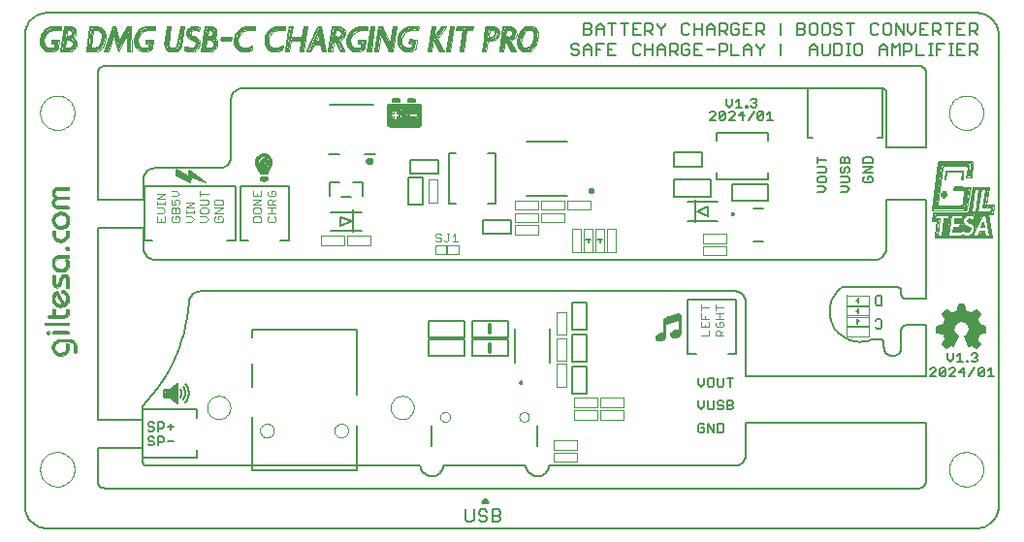
<source format=gto>
G75*
G70*
%OFA0B0*%
%FSLAX24Y24*%
%IPPOS*%
%LPD*%
%AMOC8*
5,1,8,0,0,1.08239X$1,22.5*
%
%ADD10C,0.0060*%
%ADD11C,0.0050*%
%ADD12C,0.0000*%
%ADD13C,0.0040*%
%ADD14C,0.0080*%
%ADD15C,0.0100*%
%ADD16C,0.0070*%
%ADD17C,0.0160*%
%ADD18C,0.0039*%
%ADD19C,0.0020*%
%ADD20C,0.0079*%
%ADD21R,0.0079X0.0800*%
%ADD22C,0.0140*%
%ADD23C,0.0120*%
%ADD24C,0.0010*%
%ADD25C,0.0030*%
D10*
X014786Y006843D02*
X016028Y006843D01*
X016028Y007416D01*
X014786Y007416D01*
X014786Y006843D01*
X014786Y007494D02*
X016028Y007494D01*
X016028Y008067D01*
X014786Y008067D01*
X014786Y007494D01*
X016286Y007493D02*
X017528Y007493D01*
X017528Y008066D01*
X016286Y008066D01*
X016286Y007493D01*
X016286Y007416D02*
X016286Y006843D01*
X017528Y006843D01*
X017528Y007416D01*
X016286Y007416D01*
X019726Y007600D02*
X019726Y006655D01*
X020218Y006655D01*
X020218Y007600D01*
X019726Y007600D01*
X019726Y007755D02*
X019726Y008700D01*
X020218Y008700D01*
X020218Y007755D01*
X019726Y007755D01*
X019724Y006500D02*
X020216Y006500D01*
X020216Y005555D01*
X019724Y005555D01*
X019724Y006500D01*
X017617Y011043D02*
X016673Y011043D01*
X016673Y011535D01*
X017617Y011535D01*
X017617Y011043D01*
X018156Y012359D02*
X019575Y012359D01*
X019575Y014218D02*
X018156Y014218D01*
X015115Y013601D02*
X015115Y013109D01*
X014170Y013109D01*
X014170Y013601D01*
X015115Y013601D01*
X014587Y013001D02*
X014095Y013001D01*
X014095Y012056D01*
X014587Y012056D01*
X014587Y013001D01*
X012515Y012837D02*
X012515Y012367D01*
X012115Y012317D02*
X011795Y012317D01*
X011395Y012367D02*
X011395Y012837D01*
X011715Y012837D01*
X012195Y012837D02*
X012515Y012837D01*
X012152Y011477D02*
X011758Y011635D01*
X011758Y011320D01*
X012152Y011477D01*
X019701Y017260D02*
X019768Y017194D01*
X019901Y017194D01*
X019968Y017260D01*
X019968Y017327D01*
X019901Y017394D01*
X019768Y017394D01*
X019701Y017460D01*
X019701Y017527D01*
X019768Y017594D01*
X019901Y017594D01*
X019968Y017527D01*
X020125Y017460D02*
X020258Y017594D01*
X020392Y017460D01*
X020392Y017194D01*
X020548Y017194D02*
X020548Y017594D01*
X020815Y017594D01*
X020972Y017594D02*
X020972Y017194D01*
X021239Y017194D01*
X021105Y017394D02*
X020972Y017394D01*
X020972Y017594D02*
X021239Y017594D01*
X021819Y017527D02*
X021819Y017260D01*
X021886Y017194D01*
X022019Y017194D01*
X022086Y017260D01*
X022243Y017194D02*
X022243Y017594D01*
X022086Y017527D02*
X022019Y017594D01*
X021886Y017594D01*
X021819Y017527D01*
X022243Y017394D02*
X022510Y017394D01*
X022666Y017394D02*
X022933Y017394D01*
X022933Y017460D02*
X022933Y017194D01*
X023090Y017194D02*
X023090Y017594D01*
X023290Y017594D01*
X023357Y017527D01*
X023357Y017394D01*
X023290Y017327D01*
X023090Y017327D01*
X023223Y017327D02*
X023357Y017194D01*
X023513Y017260D02*
X023580Y017194D01*
X023713Y017194D01*
X023780Y017260D01*
X023780Y017394D01*
X023647Y017394D01*
X023780Y017527D02*
X023713Y017594D01*
X023580Y017594D01*
X023513Y017527D01*
X023513Y017260D01*
X023937Y017194D02*
X024204Y017194D01*
X024070Y017394D02*
X023937Y017394D01*
X023937Y017594D02*
X023937Y017194D01*
X024360Y017394D02*
X024627Y017394D01*
X024784Y017327D02*
X024984Y017327D01*
X025051Y017394D01*
X025051Y017527D01*
X024984Y017594D01*
X024784Y017594D01*
X024784Y017194D01*
X025208Y017194D02*
X025474Y017194D01*
X025631Y017194D02*
X025631Y017460D01*
X025765Y017594D01*
X025898Y017460D01*
X025898Y017194D01*
X025898Y017394D02*
X025631Y017394D01*
X026055Y017527D02*
X026188Y017394D01*
X026188Y017194D01*
X026188Y017394D02*
X026322Y017527D01*
X026322Y017594D01*
X026055Y017594D02*
X026055Y017527D01*
X026055Y017895D02*
X026055Y018295D01*
X026255Y018295D01*
X026322Y018229D01*
X026322Y018095D01*
X026255Y018029D01*
X026055Y018029D01*
X026188Y018029D02*
X026322Y017895D01*
X025898Y017895D02*
X025631Y017895D01*
X025631Y018295D01*
X025898Y018295D01*
X025765Y018095D02*
X025631Y018095D01*
X025474Y018095D02*
X025341Y018095D01*
X025474Y018095D02*
X025474Y017962D01*
X025408Y017895D01*
X025274Y017895D01*
X025208Y017962D01*
X025208Y018229D01*
X025274Y018295D01*
X025408Y018295D01*
X025474Y018229D01*
X025051Y018229D02*
X025051Y018095D01*
X024984Y018029D01*
X024784Y018029D01*
X024917Y018029D02*
X025051Y017895D01*
X024784Y017895D02*
X024784Y018295D01*
X024984Y018295D01*
X025051Y018229D01*
X024627Y018162D02*
X024627Y017895D01*
X024627Y018095D02*
X024360Y018095D01*
X024360Y018162D02*
X024494Y018295D01*
X024627Y018162D01*
X024360Y018162D02*
X024360Y017895D01*
X024204Y017895D02*
X024204Y018295D01*
X024204Y018095D02*
X023937Y018095D01*
X023937Y017895D02*
X023937Y018295D01*
X023780Y018229D02*
X023713Y018295D01*
X023580Y018295D01*
X023513Y018229D01*
X023513Y017962D01*
X023580Y017895D01*
X023713Y017895D01*
X023780Y017962D01*
X023937Y017594D02*
X024204Y017594D01*
X025208Y017594D02*
X025208Y017194D01*
X026902Y017194D02*
X026902Y017594D01*
X026902Y017895D02*
X026902Y018295D01*
X027467Y018295D02*
X027667Y018295D01*
X027733Y018229D01*
X027733Y018162D01*
X027667Y018095D01*
X027467Y018095D01*
X027667Y018095D02*
X027733Y018029D01*
X027733Y017962D01*
X027667Y017895D01*
X027467Y017895D01*
X027467Y018295D01*
X027890Y018229D02*
X027890Y017962D01*
X027957Y017895D01*
X028090Y017895D01*
X028157Y017962D01*
X028157Y018229D01*
X028090Y018295D01*
X027957Y018295D01*
X027890Y018229D01*
X028314Y018229D02*
X028314Y017962D01*
X028380Y017895D01*
X028514Y017895D01*
X028581Y017962D01*
X028581Y018229D01*
X028514Y018295D01*
X028380Y018295D01*
X028314Y018229D01*
X028737Y018229D02*
X028737Y018162D01*
X028804Y018095D01*
X028937Y018095D01*
X029004Y018029D01*
X029004Y017962D01*
X028937Y017895D01*
X028804Y017895D01*
X028737Y017962D01*
X029294Y017895D02*
X029294Y018295D01*
X029161Y018295D02*
X029428Y018295D01*
X029004Y018229D02*
X028937Y018295D01*
X028804Y018295D01*
X028737Y018229D01*
X030008Y018229D02*
X030008Y017962D01*
X030075Y017895D01*
X030208Y017895D01*
X030275Y017962D01*
X030431Y017962D02*
X030498Y017895D01*
X030632Y017895D01*
X030698Y017962D01*
X030698Y018229D01*
X030632Y018295D01*
X030498Y018295D01*
X030431Y018229D01*
X030431Y017962D01*
X030855Y017895D02*
X030855Y018295D01*
X031122Y017895D01*
X031122Y018295D01*
X031279Y018295D02*
X031279Y018029D01*
X031412Y017895D01*
X031546Y018029D01*
X031546Y018295D01*
X031702Y018295D02*
X031702Y017895D01*
X031969Y017895D01*
X032126Y017895D02*
X032126Y018295D01*
X032326Y018295D01*
X032393Y018229D01*
X032393Y018095D01*
X032326Y018029D01*
X032126Y018029D01*
X032259Y018029D02*
X032393Y017895D01*
X032683Y017895D02*
X032683Y018295D01*
X032816Y018295D02*
X032549Y018295D01*
X032973Y018295D02*
X032973Y017895D01*
X033240Y017895D01*
X033396Y017895D02*
X033396Y018295D01*
X033597Y018295D01*
X033663Y018229D01*
X033663Y018095D01*
X033597Y018029D01*
X033396Y018029D01*
X033530Y018029D02*
X033663Y017895D01*
X033597Y017594D02*
X033396Y017594D01*
X033396Y017194D01*
X033396Y017327D02*
X033597Y017327D01*
X033663Y017394D01*
X033663Y017527D01*
X033597Y017594D01*
X033530Y017327D02*
X033663Y017194D01*
X033240Y017194D02*
X032973Y017194D01*
X032973Y017594D01*
X033240Y017594D01*
X033106Y017394D02*
X032973Y017394D01*
X032824Y017594D02*
X032690Y017594D01*
X032757Y017594D02*
X032757Y017194D01*
X032690Y017194D02*
X032824Y017194D01*
X032400Y017394D02*
X032267Y017394D01*
X032267Y017194D02*
X032267Y017594D01*
X032534Y017594D01*
X032118Y017594D02*
X031985Y017594D01*
X032051Y017594D02*
X032051Y017194D01*
X031985Y017194D02*
X032118Y017194D01*
X031828Y017194D02*
X031561Y017194D01*
X031561Y017594D01*
X031404Y017527D02*
X031404Y017394D01*
X031338Y017327D01*
X031137Y017327D01*
X031137Y017194D02*
X031137Y017594D01*
X031338Y017594D01*
X031404Y017527D01*
X030981Y017594D02*
X030981Y017194D01*
X030714Y017194D02*
X030714Y017594D01*
X030847Y017460D01*
X030981Y017594D01*
X030557Y017460D02*
X030557Y017194D01*
X030557Y017394D02*
X030290Y017394D01*
X030290Y017460D02*
X030290Y017194D01*
X029710Y017260D02*
X029710Y017527D01*
X029643Y017594D01*
X029510Y017594D01*
X029443Y017527D01*
X029443Y017260D01*
X029510Y017194D01*
X029643Y017194D01*
X029710Y017260D01*
X030290Y017460D02*
X030424Y017594D01*
X030557Y017460D01*
X031702Y018095D02*
X031836Y018095D01*
X031969Y018295D02*
X031702Y018295D01*
X032973Y018295D02*
X033240Y018295D01*
X033106Y018095D02*
X032973Y018095D01*
X030275Y018229D02*
X030208Y018295D01*
X030075Y018295D01*
X030008Y018229D01*
X029294Y017594D02*
X029161Y017594D01*
X029228Y017594D02*
X029228Y017194D01*
X029294Y017194D02*
X029161Y017194D01*
X029004Y017260D02*
X029004Y017527D01*
X028937Y017594D01*
X028737Y017594D01*
X028737Y017194D01*
X028937Y017194D01*
X029004Y017260D01*
X028581Y017260D02*
X028514Y017194D01*
X028380Y017194D01*
X028314Y017260D01*
X028314Y017594D01*
X028157Y017460D02*
X028157Y017194D01*
X028157Y017394D02*
X027890Y017394D01*
X027890Y017460D02*
X027890Y017194D01*
X027890Y017460D02*
X028024Y017594D01*
X028157Y017460D01*
X028581Y017594D02*
X028581Y017260D01*
X026064Y015645D02*
X026014Y015695D01*
X025914Y015695D01*
X025864Y015645D01*
X025964Y015544D02*
X026014Y015544D01*
X026064Y015494D01*
X026064Y015444D01*
X026014Y015394D01*
X025914Y015394D01*
X025864Y015444D01*
X025749Y015444D02*
X025749Y015394D01*
X025699Y015394D01*
X025699Y015444D01*
X025749Y015444D01*
X025567Y015394D02*
X025367Y015394D01*
X025467Y015394D02*
X025467Y015695D01*
X025367Y015594D01*
X025236Y015494D02*
X025236Y015695D01*
X025036Y015695D02*
X025036Y015494D01*
X025136Y015394D01*
X025236Y015494D01*
X025269Y015265D02*
X025168Y015265D01*
X025118Y015215D01*
X024987Y015215D02*
X024787Y015014D01*
X024837Y014964D01*
X024937Y014964D01*
X024987Y015014D01*
X024987Y015215D01*
X024937Y015265D01*
X024837Y015265D01*
X024787Y015215D01*
X024787Y015014D01*
X024656Y014964D02*
X024455Y014964D01*
X024656Y015164D01*
X024656Y015215D01*
X024606Y015265D01*
X024506Y015265D01*
X024455Y015215D01*
X025118Y014964D02*
X025319Y015164D01*
X025319Y015215D01*
X025269Y015265D01*
X025450Y015114D02*
X025650Y015114D01*
X025600Y014964D02*
X025600Y015265D01*
X025450Y015114D01*
X025319Y014964D02*
X025118Y014964D01*
X025781Y014964D02*
X025982Y015265D01*
X026113Y015215D02*
X026163Y015265D01*
X026263Y015265D01*
X026313Y015215D01*
X026113Y015014D01*
X026163Y014964D01*
X026263Y014964D01*
X026313Y015014D01*
X026313Y015215D01*
X026444Y015164D02*
X026544Y015265D01*
X026544Y014964D01*
X026444Y014964D02*
X026645Y014964D01*
X026113Y015014D02*
X026113Y015215D01*
X026014Y015544D02*
X026064Y015594D01*
X026064Y015645D01*
X024187Y013858D02*
X023242Y013858D01*
X023242Y013366D01*
X024187Y013366D01*
X024187Y013858D01*
X024484Y012913D02*
X023243Y012913D01*
X023243Y012340D01*
X024484Y012340D01*
X024484Y012913D01*
X025228Y012764D02*
X025228Y012191D01*
X026469Y012191D01*
X026469Y012764D01*
X025228Y012764D01*
X024411Y011985D02*
X024411Y011670D01*
X024017Y011827D01*
X024411Y011985D01*
X032267Y010959D02*
X034140Y010956D01*
X034115Y010956D01*
X033982Y011752D01*
X034018Y011735D02*
X034135Y010965D01*
X033872Y010999D02*
X033746Y010990D01*
X033781Y011067D01*
X033837Y011071D01*
X033813Y011031D01*
X033872Y010999D02*
X033860Y011122D01*
X033752Y011117D01*
X033684Y010971D01*
X033500Y011043D02*
X033470Y010974D01*
X033409Y010969D02*
X033500Y011043D01*
X033369Y011196D02*
X033320Y011181D01*
X033222Y011185D01*
X033170Y011203D01*
X033119Y011200D01*
X033088Y011181D01*
X033011Y011182D01*
X032929Y011184D01*
X032888Y011184D01*
X032839Y011194D01*
X033071Y011211D01*
X033340Y011228D01*
X033173Y011315D01*
X033155Y011352D01*
X033135Y011270D01*
X033222Y011253D01*
X033105Y011249D01*
X033080Y011243D02*
X033115Y011414D01*
X033149Y011416D01*
X033190Y011349D01*
X033253Y011296D01*
X033335Y011266D01*
X033370Y011243D01*
X033369Y011196D01*
X033575Y011233D02*
X033575Y011355D01*
X033510Y011423D01*
X033438Y011461D01*
X033352Y011494D01*
X033371Y011532D01*
X033414Y011535D01*
X033510Y011522D01*
X033574Y011552D01*
X033585Y011631D01*
X033571Y011707D01*
X033736Y011709D01*
X033703Y011627D01*
X033624Y011668D01*
X033691Y011662D01*
X033691Y011581D01*
X033601Y011380D01*
X033438Y011507D01*
X033539Y011494D01*
X033594Y011435D01*
X033657Y011603D01*
X033626Y011631D01*
X033575Y011499D01*
X033575Y011233D02*
X033793Y011712D01*
X033634Y011796D02*
X033752Y012646D01*
X033234Y011716D02*
X033250Y011704D01*
X033234Y011716D02*
X033191Y011654D01*
X033175Y011721D02*
X033148Y011580D01*
X033130Y011533D02*
X033125Y011476D01*
X032900Y011496D01*
X032895Y011468D01*
X033115Y011453D01*
X033130Y011533D02*
X032897Y011537D01*
X032698Y011554D02*
X032726Y011729D01*
X032853Y011243D02*
X033080Y011243D01*
X033158Y010988D02*
X033168Y010988D01*
X033136Y010980D02*
X033111Y010959D01*
X033814Y011328D02*
X033857Y011321D01*
X033851Y011374D01*
X033843Y011427D02*
X033814Y011328D01*
X033207Y008614D02*
X033017Y008614D01*
X032967Y008374D01*
X032977Y008364D02*
X033027Y008564D01*
X033177Y008564D01*
X033227Y008364D01*
X033427Y008264D01*
X033627Y008414D01*
X033727Y008314D01*
X033627Y008114D01*
X033727Y007864D01*
X033927Y007864D01*
X033927Y007714D01*
X033677Y007664D01*
X033627Y007414D01*
X033727Y007264D01*
X033627Y007164D01*
X033477Y007264D01*
X033377Y007214D01*
X033277Y007514D01*
X033427Y007714D01*
X033377Y007964D01*
X033177Y008064D01*
X032977Y008064D01*
X032827Y007914D01*
X032827Y007614D01*
X032977Y007514D01*
X032827Y007264D01*
X032777Y007264D01*
X032627Y007164D01*
X032527Y007264D01*
X032627Y007414D01*
X032527Y007664D01*
X032327Y007714D01*
X032327Y007864D01*
X032527Y007864D01*
X032627Y008114D01*
X032477Y008314D01*
X032627Y008414D01*
X032777Y008264D01*
X032977Y008364D01*
X032963Y008357D02*
X033241Y008357D01*
X033257Y008374D02*
X033207Y008614D01*
X033185Y008532D02*
X033019Y008532D01*
X033005Y008474D02*
X033200Y008474D01*
X033214Y008415D02*
X032990Y008415D01*
X032846Y008298D02*
X033358Y008298D01*
X033437Y008304D02*
X033637Y008434D01*
X033777Y008294D01*
X033637Y008104D01*
X033632Y008123D02*
X032621Y008123D01*
X032587Y008104D02*
X032457Y008294D01*
X032597Y008434D01*
X032787Y008304D01*
X032743Y008298D02*
X032489Y008298D01*
X032533Y008240D02*
X033690Y008240D01*
X033661Y008181D02*
X032577Y008181D01*
X032607Y008064D02*
X033647Y008064D01*
X033670Y008006D02*
X033293Y008006D01*
X033381Y007947D02*
X033694Y007947D01*
X033727Y007914D02*
X033947Y007874D01*
X033947Y007674D01*
X033727Y007634D01*
X033675Y007655D02*
X033383Y007655D01*
X033427Y007713D02*
X033924Y007713D01*
X033927Y007772D02*
X033416Y007772D01*
X033404Y007830D02*
X033927Y007830D01*
X033717Y007889D02*
X033392Y007889D01*
X033642Y008103D02*
X033664Y008068D01*
X033684Y008032D01*
X033702Y007994D01*
X033717Y007955D01*
X033729Y007915D01*
X033664Y007596D02*
X033339Y007596D01*
X033295Y007538D02*
X033652Y007538D01*
X033640Y007479D02*
X033289Y007479D01*
X033308Y007421D02*
X033629Y007421D01*
X033647Y007434D02*
X033777Y007254D01*
X033637Y007114D01*
X033457Y007234D01*
X033377Y007194D01*
X033237Y007534D01*
X033328Y007362D02*
X033662Y007362D01*
X033701Y007304D02*
X033347Y007304D01*
X033367Y007245D02*
X033440Y007245D01*
X033505Y007245D02*
X033709Y007245D01*
X033650Y007187D02*
X033593Y007187D01*
X033601Y006943D02*
X033501Y006943D01*
X033451Y006893D01*
X033551Y006792D02*
X033601Y006792D01*
X033651Y006742D01*
X033651Y006692D01*
X033601Y006642D01*
X033501Y006642D01*
X033451Y006692D01*
X033335Y006692D02*
X033335Y006642D01*
X033285Y006642D01*
X033285Y006692D01*
X033335Y006692D01*
X033154Y006642D02*
X032953Y006642D01*
X033054Y006642D02*
X033054Y006943D01*
X032953Y006842D01*
X032822Y006742D02*
X032722Y006642D01*
X032622Y006742D01*
X032622Y006943D01*
X032597Y007114D02*
X032457Y007254D01*
X032577Y007434D01*
X032624Y007421D02*
X032921Y007421D01*
X032886Y007362D02*
X032593Y007362D01*
X032554Y007304D02*
X032851Y007304D01*
X032777Y007234D02*
X032597Y007114D01*
X032604Y007187D02*
X032662Y007187D01*
X032749Y007245D02*
X032546Y007245D01*
X032777Y007234D02*
X032847Y007194D01*
X032997Y007534D01*
X032941Y007538D02*
X032578Y007538D01*
X032601Y007479D02*
X032956Y007479D01*
X032854Y007596D02*
X032554Y007596D01*
X032531Y007655D02*
X032827Y007655D01*
X032827Y007713D02*
X032330Y007713D01*
X032327Y007772D02*
X032827Y007772D01*
X032827Y007830D02*
X032327Y007830D01*
X032277Y007874D02*
X032507Y007914D01*
X032537Y007889D02*
X032827Y007889D01*
X032861Y007947D02*
X032561Y007947D01*
X032584Y008006D02*
X032919Y008006D01*
X032499Y007618D02*
X032514Y007571D01*
X032532Y007525D01*
X032554Y007481D01*
X032579Y007439D01*
X032497Y007634D02*
X032277Y007674D01*
X032277Y007874D01*
X032542Y008357D02*
X032684Y008357D01*
X033473Y008298D02*
X033719Y008298D01*
X033684Y008357D02*
X033551Y008357D01*
X033237Y007534D02*
X033265Y007550D01*
X033292Y007569D01*
X033315Y007591D01*
X033336Y007616D01*
X033354Y007644D01*
X033369Y007673D01*
X033379Y007704D01*
X033387Y007735D01*
X033390Y007768D01*
X033389Y007800D01*
X033385Y007833D01*
X033376Y007864D01*
X033364Y007894D01*
X033349Y007923D01*
X033330Y007950D01*
X033308Y007974D01*
X033284Y007995D01*
X033257Y008014D01*
X033228Y008029D01*
X033197Y008040D01*
X033166Y008048D01*
X033133Y008052D01*
X033101Y008052D01*
X033068Y008048D01*
X033037Y008040D01*
X033006Y008029D01*
X032977Y008014D01*
X032950Y007995D01*
X032926Y007974D01*
X032904Y007950D01*
X032885Y007923D01*
X032870Y007894D01*
X032858Y007864D01*
X032849Y007833D01*
X032845Y007800D01*
X032844Y007768D01*
X032847Y007735D01*
X032855Y007704D01*
X032865Y007673D01*
X032880Y007644D01*
X032898Y007616D01*
X032919Y007591D01*
X032942Y007569D01*
X032969Y007550D01*
X032997Y007534D01*
X032790Y008300D02*
X032832Y008323D01*
X032875Y008342D01*
X032920Y008359D01*
X032966Y008371D01*
X033258Y008375D02*
X033304Y008363D01*
X033350Y008347D01*
X033394Y008327D01*
X033437Y008304D01*
X033726Y007635D02*
X033716Y007593D01*
X033703Y007552D01*
X033687Y007512D01*
X033668Y007473D01*
X033646Y007436D01*
X033601Y006943D02*
X033651Y006893D01*
X033651Y006842D01*
X033601Y006792D01*
X033568Y006444D02*
X033368Y006143D01*
X033186Y006143D02*
X033186Y006444D01*
X033036Y006294D01*
X033237Y006294D01*
X032905Y006344D02*
X032905Y006394D01*
X032855Y006444D01*
X032755Y006444D01*
X032705Y006394D01*
X032574Y006394D02*
X032373Y006193D01*
X032423Y006143D01*
X032524Y006143D01*
X032574Y006193D01*
X032574Y006394D01*
X032524Y006444D01*
X032423Y006444D01*
X032373Y006394D01*
X032373Y006193D01*
X032242Y006143D02*
X032042Y006143D01*
X032242Y006344D01*
X032242Y006394D01*
X032192Y006444D01*
X032092Y006444D01*
X032042Y006394D01*
X032705Y006143D02*
X032905Y006344D01*
X032905Y006143D02*
X032705Y006143D01*
X032822Y006742D02*
X032822Y006943D01*
X033699Y006394D02*
X033749Y006444D01*
X033849Y006444D01*
X033899Y006394D01*
X033699Y006193D01*
X033749Y006143D01*
X033849Y006143D01*
X033899Y006193D01*
X033899Y006394D01*
X034031Y006344D02*
X034131Y006444D01*
X034131Y006143D01*
X034031Y006143D02*
X034231Y006143D01*
X033699Y006193D02*
X033699Y006394D01*
X032505Y007916D02*
X032516Y007956D01*
X032530Y007995D01*
X032546Y008032D01*
X032565Y008069D01*
X032586Y008104D01*
X022666Y017194D02*
X022666Y017460D01*
X022800Y017594D01*
X022933Y017460D01*
X022510Y017594D02*
X022510Y017194D01*
X022510Y017895D02*
X022376Y018029D01*
X022443Y018029D02*
X022243Y018029D01*
X022243Y017895D02*
X022243Y018295D01*
X022443Y018295D01*
X022510Y018229D01*
X022510Y018095D01*
X022443Y018029D01*
X022666Y018229D02*
X022800Y018095D01*
X022800Y017895D01*
X022800Y018095D02*
X022933Y018229D01*
X022933Y018295D01*
X022666Y018295D02*
X022666Y018229D01*
X022086Y018295D02*
X021819Y018295D01*
X021819Y017895D01*
X022086Y017895D01*
X021953Y018095D02*
X021819Y018095D01*
X021662Y018295D02*
X021396Y018295D01*
X021529Y018295D02*
X021529Y017895D01*
X021105Y017895D02*
X021105Y018295D01*
X020972Y018295D02*
X021239Y018295D01*
X020815Y018162D02*
X020815Y017895D01*
X020815Y018095D02*
X020548Y018095D01*
X020548Y018162D02*
X020682Y018295D01*
X020815Y018162D01*
X020548Y018162D02*
X020548Y017895D01*
X020392Y017962D02*
X020392Y018029D01*
X020325Y018095D01*
X020125Y018095D01*
X020125Y017895D02*
X020325Y017895D01*
X020392Y017962D01*
X020325Y018095D02*
X020392Y018162D01*
X020392Y018229D01*
X020325Y018295D01*
X020125Y018295D01*
X020125Y017895D01*
X020125Y017460D02*
X020125Y017194D01*
X020125Y017394D02*
X020392Y017394D01*
X020548Y017394D02*
X020682Y017394D01*
D11*
X033631Y000927D02*
X001677Y000927D01*
X001623Y000929D01*
X001570Y000935D01*
X001518Y000944D01*
X001466Y000957D01*
X001415Y000974D01*
X001365Y000995D01*
X001318Y001019D01*
X001272Y001046D01*
X001228Y001077D01*
X001186Y001110D01*
X001147Y001147D01*
X001110Y001186D01*
X001077Y001228D01*
X001046Y001272D01*
X001019Y001318D01*
X000995Y001365D01*
X000974Y001415D01*
X000957Y001466D01*
X000944Y001518D01*
X000935Y001570D01*
X000929Y001623D01*
X000927Y001677D01*
X000927Y017896D01*
X000929Y017949D01*
X000935Y018003D01*
X000944Y018055D01*
X000958Y018107D01*
X000975Y018158D01*
X000995Y018207D01*
X001019Y018255D01*
X001046Y018301D01*
X001077Y018345D01*
X001111Y018386D01*
X001147Y018425D01*
X001186Y018462D01*
X001228Y018495D01*
X001272Y018526D01*
X001318Y018553D01*
X001366Y018577D01*
X001415Y018597D01*
X001466Y018614D01*
X001518Y018627D01*
X001570Y018637D01*
X001624Y018642D01*
X001677Y018644D01*
X033631Y018644D01*
X033684Y018643D01*
X033738Y018637D01*
X033791Y018628D01*
X033843Y018615D01*
X033895Y018599D01*
X033945Y018578D01*
X033993Y018555D01*
X034040Y018528D01*
X034084Y018497D01*
X034126Y018464D01*
X034166Y018427D01*
X034203Y018388D01*
X034237Y018347D01*
X034269Y018303D01*
X034297Y018257D01*
X034321Y018209D01*
X034342Y018159D01*
X034360Y018108D01*
X034373Y018056D01*
X034383Y018003D01*
X034390Y017949D01*
X034392Y017895D01*
X034392Y017896D02*
X034392Y001677D01*
X034390Y001624D01*
X034384Y001570D01*
X034374Y001517D01*
X034360Y001465D01*
X034342Y001414D01*
X034321Y001364D01*
X034297Y001316D01*
X034269Y001270D01*
X034238Y001226D01*
X034204Y001184D01*
X034167Y001145D01*
X034127Y001108D01*
X034085Y001075D01*
X034040Y001044D01*
X033993Y001017D01*
X033945Y000993D01*
X033895Y000973D01*
X033844Y000956D01*
X033791Y000943D01*
X033738Y000934D01*
X033684Y000929D01*
X033630Y000927D01*
X031642Y002305D02*
X003677Y002305D01*
X003648Y002305D01*
X003620Y002309D01*
X003593Y002316D01*
X003566Y002326D01*
X003541Y002339D01*
X003517Y002355D01*
X003496Y002374D01*
X003477Y002396D01*
X003461Y002419D01*
X003448Y002444D01*
X003438Y002471D01*
X003431Y002499D01*
X003427Y002527D01*
X003427Y003683D01*
X004960Y003683D01*
X004960Y003277D01*
X004958Y003252D01*
X004960Y003227D01*
X004965Y003202D01*
X004974Y003178D01*
X004986Y003156D01*
X005001Y003136D01*
X005019Y003118D01*
X005039Y003103D01*
X005062Y003091D01*
X005085Y003082D01*
X005110Y003077D01*
X014511Y003077D01*
X014512Y003078D02*
X014517Y003039D01*
X014526Y003001D01*
X014539Y002964D01*
X014555Y002929D01*
X014575Y002895D01*
X014598Y002863D01*
X014624Y002834D01*
X014653Y002808D01*
X014684Y002785D01*
X014718Y002764D01*
X014753Y002748D01*
X014790Y002734D01*
X014827Y002725D01*
X014866Y002719D01*
X014905Y002717D01*
X014944Y002719D01*
X014983Y002725D01*
X015020Y002734D01*
X015057Y002748D01*
X015092Y002764D01*
X015126Y002785D01*
X015157Y002808D01*
X015186Y002834D01*
X015212Y002863D01*
X015235Y002895D01*
X015255Y002929D01*
X015271Y002964D01*
X015284Y003001D01*
X015293Y003039D01*
X015298Y003078D01*
X015298Y003077D02*
X018141Y003077D01*
X018142Y003078D02*
X018147Y003039D01*
X018156Y003001D01*
X018169Y002964D01*
X018185Y002929D01*
X018205Y002895D01*
X018228Y002863D01*
X018254Y002834D01*
X018283Y002808D01*
X018314Y002785D01*
X018348Y002764D01*
X018383Y002748D01*
X018420Y002734D01*
X018457Y002725D01*
X018496Y002719D01*
X018535Y002717D01*
X018574Y002719D01*
X018613Y002725D01*
X018650Y002734D01*
X018687Y002748D01*
X018722Y002764D01*
X018756Y002785D01*
X018787Y002808D01*
X018816Y002834D01*
X018842Y002863D01*
X018865Y002895D01*
X018885Y002929D01*
X018901Y002964D01*
X018914Y003001D01*
X018923Y003039D01*
X018928Y003078D01*
X018928Y003077D02*
X025310Y003077D01*
X025349Y003079D01*
X025388Y003085D01*
X025426Y003094D01*
X025463Y003107D01*
X025499Y003124D01*
X025532Y003144D01*
X025564Y003168D01*
X025593Y003194D01*
X025619Y003223D01*
X025643Y003255D01*
X025663Y003288D01*
X025680Y003324D01*
X025693Y003361D01*
X025702Y003399D01*
X025708Y003438D01*
X025710Y003477D01*
X025710Y004570D01*
X031892Y004570D01*
X031892Y002555D01*
X031890Y002525D01*
X031885Y002495D01*
X031876Y002466D01*
X031863Y002439D01*
X031848Y002413D01*
X031829Y002389D01*
X031808Y002368D01*
X031784Y002349D01*
X031758Y002334D01*
X031731Y002321D01*
X031702Y002312D01*
X031672Y002307D01*
X031642Y002305D01*
X025265Y005061D02*
X025213Y005009D01*
X025058Y005009D01*
X025058Y005319D01*
X025213Y005319D01*
X025265Y005268D01*
X025265Y005216D01*
X025213Y005164D01*
X025058Y005164D01*
X024934Y005112D02*
X024934Y005061D01*
X024882Y005009D01*
X024779Y005009D01*
X024727Y005061D01*
X024779Y005164D02*
X024882Y005164D01*
X024934Y005112D01*
X024934Y005268D02*
X024882Y005319D01*
X024779Y005319D01*
X024727Y005268D01*
X024727Y005216D01*
X024779Y005164D01*
X024602Y005061D02*
X024602Y005319D01*
X024395Y005319D02*
X024395Y005061D01*
X024447Y005009D01*
X024551Y005009D01*
X024602Y005061D01*
X024271Y005112D02*
X024271Y005319D01*
X024271Y005112D02*
X024167Y005009D01*
X024064Y005112D01*
X024064Y005319D01*
X024167Y005796D02*
X024271Y005900D01*
X024271Y006107D01*
X024395Y006055D02*
X024395Y005848D01*
X024447Y005796D01*
X024551Y005796D01*
X024602Y005848D01*
X024602Y006055D01*
X024551Y006107D01*
X024447Y006107D01*
X024395Y006055D01*
X024064Y006107D02*
X024064Y005900D01*
X024167Y005796D01*
X024727Y005848D02*
X024727Y006107D01*
X024934Y006107D02*
X024934Y005848D01*
X024882Y005796D01*
X024779Y005796D01*
X024727Y005848D01*
X025162Y005796D02*
X025162Y006107D01*
X025265Y006107D02*
X025058Y006107D01*
X025710Y006158D02*
X031892Y006158D01*
X031892Y007910D01*
X031223Y007910D01*
X031223Y007909D02*
X031200Y007910D01*
X031177Y007907D01*
X031154Y007901D01*
X031133Y007891D01*
X031113Y007879D01*
X031095Y007864D01*
X031080Y007847D01*
X031067Y007827D01*
X031057Y007806D01*
X031050Y007784D01*
X031047Y007761D01*
X031046Y007761D02*
X031046Y007147D01*
X031044Y007114D01*
X031039Y007080D01*
X031029Y007048D01*
X031016Y007017D01*
X031000Y006988D01*
X030981Y006961D01*
X030958Y006936D01*
X030933Y006913D01*
X030906Y006894D01*
X030877Y006878D01*
X030846Y006865D01*
X030814Y006855D01*
X030780Y006850D01*
X030747Y006848D01*
X030714Y006850D01*
X030680Y006855D01*
X030648Y006865D01*
X030617Y006878D01*
X030588Y006894D01*
X030561Y006913D01*
X030536Y006936D01*
X030513Y006961D01*
X030494Y006988D01*
X030478Y007017D01*
X030465Y007048D01*
X030455Y007080D01*
X030450Y007114D01*
X030448Y007147D01*
X030447Y007147D02*
X030447Y007260D01*
X030445Y007286D01*
X030440Y007311D01*
X030431Y007335D01*
X030418Y007357D01*
X030403Y007378D01*
X030385Y007396D01*
X030364Y007411D01*
X030342Y007424D01*
X030318Y007433D01*
X030293Y007438D01*
X030267Y007440D01*
X030071Y007440D01*
X029517Y007963D02*
X029517Y008042D01*
X029596Y008042D01*
X029517Y008042D02*
X029517Y008121D01*
X029576Y008323D02*
X029576Y008402D01*
X029497Y008402D01*
X029576Y008402D02*
X029576Y008481D01*
X029019Y009222D02*
X028969Y009184D01*
X028921Y009143D01*
X028876Y009099D01*
X028834Y009053D01*
X028794Y009004D01*
X028758Y008952D01*
X028725Y008899D01*
X028695Y008844D01*
X028668Y008787D01*
X028645Y008728D01*
X028626Y008668D01*
X028610Y008607D01*
X028598Y008546D01*
X028589Y008483D01*
X028585Y008420D01*
X028584Y008358D01*
X028587Y008295D01*
X028594Y008232D01*
X028605Y008170D01*
X028619Y008109D01*
X028637Y008049D01*
X028659Y007990D01*
X028684Y007932D01*
X028713Y007876D01*
X028745Y007822D01*
X028780Y007770D01*
X028818Y007720D01*
X028859Y007672D01*
X028904Y007627D01*
X028950Y007585D01*
X028999Y007546D01*
X029051Y007510D01*
X029104Y007477D01*
X029160Y007447D01*
X029217Y007421D01*
X029275Y007398D01*
X029335Y007379D01*
X029396Y007363D01*
X029458Y007351D01*
X029520Y007343D01*
X029583Y007339D01*
X029646Y007338D01*
X029709Y007342D01*
X029771Y007349D01*
X029833Y007360D01*
X029895Y007374D01*
X029955Y007392D01*
X030014Y007414D01*
X030071Y007440D01*
X029576Y008683D02*
X029576Y008762D01*
X029497Y008762D01*
X029576Y008762D02*
X029576Y008841D01*
X029019Y009222D02*
X030896Y009222D01*
X030919Y009218D01*
X030941Y009212D01*
X030962Y009203D01*
X030981Y009190D01*
X030999Y009175D01*
X031014Y009158D01*
X031026Y009139D01*
X031036Y009118D01*
X031042Y009096D01*
X031046Y009073D01*
X031046Y009050D01*
X031046Y008988D01*
X031047Y008987D02*
X031046Y008964D01*
X031049Y008941D01*
X031055Y008919D01*
X031064Y008898D01*
X031076Y008878D01*
X031090Y008860D01*
X031107Y008844D01*
X031126Y008831D01*
X031147Y008821D01*
X031169Y008814D01*
X031192Y008810D01*
X031892Y008810D01*
X031892Y012220D01*
X030538Y012220D01*
X030538Y010564D01*
X030536Y010525D01*
X030530Y010486D01*
X030521Y010448D01*
X030508Y010411D01*
X030491Y010375D01*
X030471Y010342D01*
X030447Y010310D01*
X030421Y010281D01*
X030392Y010255D01*
X030360Y010231D01*
X030327Y010211D01*
X030291Y010194D01*
X030254Y010181D01*
X030216Y010172D01*
X030177Y010166D01*
X030138Y010164D01*
X005394Y010164D01*
X005355Y010166D01*
X005316Y010172D01*
X005278Y010181D01*
X005241Y010194D01*
X005205Y010211D01*
X005172Y010231D01*
X005140Y010255D01*
X005111Y010281D01*
X005085Y010310D01*
X005061Y010342D01*
X005041Y010375D01*
X005024Y010411D01*
X005011Y010448D01*
X005002Y010486D01*
X004996Y010525D01*
X004994Y010564D01*
X004994Y011245D01*
X003427Y011245D01*
X003427Y004671D01*
X004960Y004671D01*
X004960Y005127D01*
X005707Y005447D02*
X005927Y005447D01*
X006147Y005257D01*
X006157Y005897D01*
X005927Y005707D01*
X005707Y005707D01*
X005707Y005457D01*
X005645Y004579D02*
X005696Y004527D01*
X005696Y004424D01*
X005645Y004372D01*
X005489Y004372D01*
X005489Y004268D02*
X005489Y004579D01*
X005645Y004579D01*
X005821Y004424D02*
X006028Y004424D01*
X005924Y004527D02*
X005924Y004320D01*
X005365Y004320D02*
X005313Y004268D01*
X005210Y004268D01*
X005158Y004320D01*
X005210Y004424D02*
X005313Y004424D01*
X005365Y004372D01*
X005365Y004320D01*
X005210Y004424D02*
X005158Y004475D01*
X005158Y004527D01*
X005210Y004579D01*
X005313Y004579D01*
X005365Y004527D01*
X005313Y004087D02*
X005210Y004087D01*
X005158Y004035D01*
X005158Y003983D01*
X005210Y003931D01*
X005313Y003931D01*
X005365Y003880D01*
X005365Y003828D01*
X005313Y003776D01*
X005210Y003776D01*
X005158Y003828D01*
X005365Y004035D02*
X005313Y004087D01*
X005489Y004087D02*
X005645Y004087D01*
X005696Y004035D01*
X005696Y003931D01*
X005645Y003880D01*
X005489Y003880D01*
X005489Y003776D02*
X005489Y004087D01*
X005821Y003931D02*
X006028Y003931D01*
X008725Y004747D02*
X008725Y002910D01*
X012347Y002910D01*
X012347Y004471D01*
X012347Y005522D02*
X012347Y007753D01*
X008725Y007753D01*
X008725Y007505D01*
X008725Y006583D02*
X008725Y005797D01*
X006560Y008677D02*
X006562Y008716D01*
X006568Y008755D01*
X006577Y008793D01*
X006590Y008830D01*
X006607Y008866D01*
X006627Y008899D01*
X006651Y008931D01*
X006677Y008960D01*
X006706Y008986D01*
X006738Y009010D01*
X006771Y009030D01*
X006807Y009047D01*
X006844Y009060D01*
X006882Y009069D01*
X006921Y009075D01*
X006960Y009077D01*
X025310Y009077D01*
X025349Y009075D01*
X025388Y009069D01*
X025426Y009060D01*
X025463Y009047D01*
X025499Y009030D01*
X025532Y009010D01*
X025564Y008986D01*
X025593Y008960D01*
X025619Y008931D01*
X025643Y008899D01*
X025663Y008866D01*
X025680Y008830D01*
X025693Y008793D01*
X025702Y008755D01*
X025708Y008716D01*
X025710Y008677D01*
X025710Y006158D01*
X025213Y005164D02*
X025265Y005112D01*
X025265Y005061D01*
X024882Y004532D02*
X024727Y004532D01*
X024727Y004222D01*
X024882Y004222D01*
X024934Y004273D01*
X024934Y004480D01*
X024882Y004532D01*
X024602Y004532D02*
X024602Y004222D01*
X024395Y004532D01*
X024395Y004222D01*
X024271Y004273D02*
X024271Y004377D01*
X024167Y004377D01*
X024064Y004480D02*
X024064Y004273D01*
X024116Y004222D01*
X024219Y004222D01*
X024271Y004273D01*
X024271Y004480D02*
X024219Y004532D01*
X024116Y004532D01*
X024064Y004480D01*
X022847Y007398D02*
X022889Y007429D01*
X022920Y007491D01*
X022919Y008029D01*
X022904Y008042D01*
X022905Y007601D01*
X022881Y007605D01*
X022831Y007611D01*
X022784Y007613D01*
X022720Y007595D01*
X022675Y007567D01*
X022652Y007544D01*
X022635Y007519D01*
X022629Y007511D01*
X022628Y007437D01*
X022644Y007408D01*
X022667Y007390D01*
X022697Y007379D01*
X022747Y007379D01*
X022748Y007379D02*
X022800Y007379D01*
X022847Y007398D01*
X022859Y007453D02*
X022778Y007404D01*
X022746Y007417D02*
X022800Y007447D01*
X022863Y007522D01*
X022841Y007549D01*
X022750Y007542D01*
X022693Y007496D01*
X022708Y007454D01*
X022736Y007452D01*
X022775Y007478D01*
X022828Y007522D01*
X022764Y007510D01*
X022733Y007481D01*
X022746Y007417D02*
X022697Y007416D01*
X022668Y007451D01*
X022667Y007507D01*
X022716Y007563D01*
X022784Y007576D01*
X022884Y007568D01*
X022886Y007506D01*
X022859Y007453D01*
X022748Y007379D02*
X022735Y007392D01*
X023141Y007565D02*
X023156Y007532D01*
X023179Y007510D01*
X023208Y007493D01*
X023254Y007481D01*
X023256Y007481D02*
X023286Y007484D01*
X023342Y007496D01*
X023389Y007525D01*
X023419Y007553D01*
X023437Y007590D01*
X023449Y007625D01*
X023449Y008195D01*
X023423Y008048D01*
X023424Y007726D01*
X023409Y007709D01*
X023341Y007723D01*
X023311Y007727D01*
X023269Y007719D01*
X023236Y007708D01*
X023187Y007674D01*
X023159Y007645D01*
X023141Y007611D01*
X023141Y007565D01*
X023179Y007591D02*
X023191Y007547D01*
X023259Y007521D01*
X023298Y007526D01*
X023351Y007568D01*
X023382Y007604D01*
X023393Y007643D01*
X023304Y007647D01*
X023250Y007627D01*
X023221Y007584D01*
X023249Y007566D01*
X023293Y007561D01*
X023344Y007600D01*
X023353Y007624D01*
X023270Y007603D01*
X023252Y007575D01*
X023179Y007591D02*
X023217Y007647D01*
X023263Y007682D01*
X023330Y007681D01*
X023418Y007671D01*
X023418Y007637D01*
X023402Y007571D01*
X023319Y007522D01*
X022922Y007910D02*
X022954Y007991D01*
X023385Y008121D01*
X023415Y008244D01*
X023128Y008163D01*
X022953Y008104D01*
X022954Y008036D01*
X023360Y008145D01*
X023374Y008200D01*
X022973Y008079D01*
X022924Y008120D02*
X022949Y008143D01*
X023399Y008285D01*
X023427Y008279D01*
X023443Y008263D01*
X023448Y008224D01*
X023449Y008202D01*
X023403Y008069D01*
X023382Y008081D01*
X023380Y008079D02*
X023356Y008078D01*
X022954Y007944D01*
X022922Y007910D01*
X022912Y008041D02*
X022904Y008050D01*
X022904Y008091D01*
X022924Y008120D01*
X020684Y010766D02*
X020684Y010844D01*
X020605Y010844D01*
X020684Y010844D02*
X020762Y010844D01*
X020362Y010844D02*
X020284Y010844D01*
X020284Y010766D01*
X020284Y010844D02*
X020205Y010844D01*
X017089Y012085D02*
X016842Y012085D01*
X017089Y012085D02*
X017089Y013837D01*
X016842Y013837D01*
X015742Y013837D02*
X015495Y013837D01*
X015495Y012085D01*
X015742Y012085D01*
X012486Y011802D02*
X011423Y011802D01*
X011423Y011153D02*
X012486Y011153D01*
X009267Y012917D02*
X009247Y012897D01*
X009207Y012897D01*
X009167Y012857D01*
X009117Y012857D01*
X009077Y012887D01*
X009067Y012897D01*
X009017Y012897D01*
X009017Y013007D01*
X009267Y013007D01*
X009267Y012917D01*
X009257Y013117D02*
X009017Y013117D01*
X008987Y013207D01*
X008947Y013277D01*
X008877Y013417D01*
X008857Y013477D01*
X008857Y013527D01*
X008877Y013597D01*
X008877Y013607D02*
X008907Y013667D01*
X008957Y013717D01*
X009027Y013757D01*
X009087Y013777D01*
X009187Y013777D01*
X009257Y013757D01*
X009297Y013727D01*
X009337Y013687D01*
X009377Y013637D01*
X009397Y013577D01*
X009407Y013527D01*
X009407Y013487D01*
X009397Y013417D01*
X009367Y013357D01*
X009287Y013217D01*
X009267Y013147D01*
X009257Y013117D01*
X008997Y013367D02*
X009007Y013457D01*
X009027Y013517D01*
X009057Y013567D01*
X009117Y013617D01*
X009167Y013647D01*
X009257Y013647D01*
X009247Y013687D01*
X009217Y013717D01*
X009157Y013727D01*
X009127Y013727D01*
X009077Y013717D01*
X009027Y013697D01*
X008987Y013667D01*
X008957Y013637D01*
X008927Y013587D01*
X008917Y013527D01*
X008917Y013477D01*
X008957Y013377D01*
X008977Y013387D01*
X008967Y013357D01*
X008010Y013714D02*
X008010Y015664D01*
X008012Y015703D01*
X008018Y015742D01*
X008027Y015780D01*
X008040Y015817D01*
X008057Y015853D01*
X008077Y015886D01*
X008101Y015918D01*
X008127Y015947D01*
X008156Y015973D01*
X008188Y015997D01*
X008221Y016017D01*
X008257Y016034D01*
X008294Y016047D01*
X008332Y016056D01*
X008371Y016062D01*
X008410Y016064D01*
X030388Y016064D01*
X030386Y016057D02*
X030386Y014364D01*
X030227Y014364D01*
X030538Y014008D02*
X031892Y014008D01*
X031892Y016586D01*
X031890Y016616D01*
X031885Y016646D01*
X031876Y016675D01*
X031863Y016702D01*
X031848Y016728D01*
X031829Y016752D01*
X031808Y016773D01*
X031784Y016792D01*
X031758Y016807D01*
X031731Y016820D01*
X031702Y016829D01*
X031672Y016834D01*
X031642Y016836D01*
X003677Y016836D01*
X003647Y016834D01*
X003617Y016829D01*
X003588Y016820D01*
X003561Y016807D01*
X003535Y016792D01*
X003511Y016773D01*
X003490Y016752D01*
X003471Y016728D01*
X003456Y016702D01*
X003443Y016675D01*
X003434Y016646D01*
X003429Y016616D01*
X003427Y016586D01*
X003427Y012233D01*
X004994Y012233D01*
X004994Y012914D01*
X004996Y012953D01*
X005002Y012992D01*
X005011Y013030D01*
X005024Y013067D01*
X005041Y013103D01*
X005061Y013136D01*
X005085Y013168D01*
X005111Y013197D01*
X005140Y013223D01*
X005172Y013247D01*
X005205Y013267D01*
X005241Y013284D01*
X005278Y013297D01*
X005316Y013306D01*
X005355Y013312D01*
X005394Y013314D01*
X007610Y013314D01*
X007649Y013316D01*
X007688Y013322D01*
X007726Y013331D01*
X007763Y013344D01*
X007799Y013361D01*
X007832Y013381D01*
X007864Y013405D01*
X007893Y013431D01*
X007919Y013460D01*
X007943Y013492D01*
X007963Y013525D01*
X007980Y013561D01*
X007993Y013598D01*
X008002Y013636D01*
X008008Y013675D01*
X008010Y013714D01*
X007024Y012876D02*
X006711Y013010D01*
X006835Y012997D01*
X006593Y013146D01*
X006723Y013027D01*
X006593Y013101D01*
X006658Y013036D01*
X006581Y013055D01*
X006615Y013015D01*
X006576Y013006D01*
X006591Y012983D01*
X006533Y012978D01*
X006588Y012967D01*
X006585Y012869D01*
X006174Y013076D01*
X006159Y013183D01*
X006512Y012967D01*
X006552Y012921D01*
X006188Y013116D01*
X006133Y013073D02*
X006141Y013246D01*
X006515Y013010D01*
X006546Y013022D01*
X006558Y013057D01*
X006569Y013213D01*
X007024Y012876D01*
X006676Y013009D02*
X006632Y013006D01*
X006620Y012995D01*
X006607Y012820D01*
X006119Y013068D01*
X002415Y012592D02*
X001945Y012592D01*
X001930Y012572D02*
X001885Y012487D01*
X001885Y012422D01*
X001905Y012372D01*
X001930Y012332D01*
X001955Y012307D02*
X002415Y012307D01*
X002405Y012267D02*
X001955Y012262D01*
X001940Y012247D02*
X001890Y012182D01*
X001880Y012122D01*
X001890Y012062D01*
X001920Y011997D01*
X001930Y011987D02*
X002410Y011982D01*
X002410Y011942D02*
X002010Y011947D01*
X001930Y011987D01*
X001940Y012037D02*
X001920Y012082D01*
X001915Y012152D01*
X001930Y012192D01*
X001980Y012242D01*
X001980Y012322D02*
X001935Y012377D01*
X001910Y012427D01*
X001920Y012497D01*
X001950Y012547D01*
X001995Y012572D01*
X001930Y012572D01*
X001975Y012617D02*
X002405Y012632D01*
X001980Y012007D02*
X001940Y012037D01*
X002055Y011767D02*
X001955Y011702D01*
X001895Y011592D01*
X001885Y011457D01*
X001880Y011557D01*
X001895Y011412D01*
X001955Y011322D01*
X002050Y011267D01*
X002115Y011247D01*
X002225Y011252D01*
X002340Y011317D01*
X002390Y011392D01*
X002415Y011492D01*
X002385Y011532D01*
X002370Y011437D01*
X002320Y011352D01*
X002240Y011302D01*
X002155Y011287D01*
X002050Y011307D01*
X001970Y011357D01*
X001915Y011462D01*
X001920Y011552D01*
X001955Y011652D01*
X002005Y011702D01*
X002100Y011742D01*
X002205Y011732D01*
X002270Y011707D01*
X002330Y011657D01*
X002390Y011557D01*
X002370Y011552D01*
X002400Y011602D02*
X002360Y011682D01*
X002285Y011747D01*
X002180Y011782D01*
X002055Y011767D01*
X002400Y011602D02*
X002420Y011517D01*
X002370Y011127D02*
X002370Y011047D01*
X002350Y010957D01*
X002275Y010867D01*
X002175Y010837D01*
X002070Y010852D01*
X001980Y010902D01*
X001930Y011012D01*
X001925Y011117D01*
X001890Y011117D01*
X001905Y010982D01*
X001965Y010862D01*
X002085Y010802D01*
X002205Y010797D01*
X002290Y010837D01*
X002350Y010897D01*
X002395Y010987D01*
X002405Y011122D01*
X002380Y010577D02*
X002340Y010552D01*
X002350Y010512D01*
X002380Y010507D01*
X002400Y010517D01*
X002370Y010532D01*
X002415Y010542D02*
X002380Y010577D01*
X002410Y010292D02*
X002060Y010287D01*
X002010Y010262D01*
X001940Y010212D01*
X001890Y010112D01*
X001885Y009972D01*
X001930Y009867D01*
X002010Y009797D01*
X002125Y009762D01*
X002255Y009782D01*
X002355Y009852D01*
X002405Y009927D01*
X002415Y010072D01*
X002380Y010142D01*
X002340Y010147D01*
X002380Y010067D01*
X002375Y009987D01*
X002360Y009917D01*
X002295Y009847D01*
X002210Y009802D01*
X002095Y009812D01*
X002010Y009842D01*
X001955Y009892D01*
X001920Y009962D01*
X001915Y010052D01*
X001935Y010142D01*
X001990Y010212D01*
X002085Y010257D01*
X002410Y010252D01*
X002300Y009637D02*
X002245Y009637D01*
X002190Y009597D01*
X002085Y009317D01*
X002045Y009282D01*
X001975Y009282D01*
X001940Y009312D01*
X001930Y009342D01*
X001930Y009612D01*
X001895Y009612D01*
X001900Y009332D01*
X001930Y009267D01*
X001970Y009237D01*
X002055Y009242D01*
X002105Y009287D01*
X002175Y009462D01*
X002185Y009472D02*
X002205Y009557D01*
X002255Y009597D01*
X002335Y009592D01*
X002365Y009537D01*
X002370Y009232D01*
X002410Y009227D02*
X002400Y009537D01*
X002365Y009612D01*
X002300Y009637D01*
X002160Y009542D02*
X002130Y009497D01*
X002205Y009092D02*
X002300Y009062D01*
X002380Y008972D01*
X002410Y008887D01*
X002405Y008767D01*
X002365Y008667D01*
X002260Y008587D01*
X002160Y008562D01*
X002045Y008582D01*
X001945Y008647D01*
X001890Y008762D01*
X001890Y008912D01*
X001925Y008977D01*
X001985Y009047D01*
X002015Y009067D01*
X002200Y008732D01*
X002175Y008717D01*
X002010Y009012D01*
X001925Y008927D01*
X001920Y008812D01*
X001930Y008747D01*
X001970Y008677D01*
X002040Y008627D01*
X002120Y008607D01*
X002225Y008612D01*
X002330Y008677D01*
X002380Y008777D01*
X002375Y008907D01*
X002330Y008982D01*
X002260Y009037D01*
X002200Y009052D01*
X002375Y008447D02*
X002365Y008292D01*
X002340Y008262D01*
X002280Y008237D01*
X001745Y008232D01*
X001745Y008197D01*
X002280Y008202D01*
X002360Y008227D01*
X002395Y008282D01*
X002410Y008442D01*
X001930Y008442D02*
X001925Y008242D01*
X001900Y008257D02*
X001895Y008447D01*
X001930Y008442D01*
X001620Y007972D02*
X002410Y007972D01*
X002410Y007932D02*
X001625Y007937D01*
X001620Y007972D01*
X001740Y007687D02*
X001705Y007672D01*
X001710Y007632D01*
X001735Y007632D01*
X001760Y007647D02*
X001740Y007687D01*
X001885Y007677D02*
X001885Y007657D01*
X001885Y007677D02*
X002410Y007677D01*
X002410Y007642D01*
X001890Y007632D01*
X001990Y007367D02*
X002065Y007402D01*
X002490Y007397D01*
X002520Y007387D02*
X002510Y007352D01*
X002580Y007317D01*
X002620Y007257D01*
X002630Y007302D02*
X002640Y007202D01*
X002645Y007072D01*
X002630Y006992D01*
X002665Y006982D02*
X002675Y007217D01*
X002630Y007302D01*
X002625Y007317D02*
X002520Y007387D01*
X002500Y007352D02*
X002465Y007362D01*
X001990Y007367D01*
X001975Y007342D02*
X001930Y007297D01*
X001895Y007237D01*
X001880Y007142D01*
X001900Y007062D01*
X001950Y006977D01*
X002040Y006907D01*
X002175Y006887D01*
X002285Y006922D01*
X002345Y006967D01*
X002390Y007037D01*
X002415Y007162D01*
X002390Y007257D01*
X002350Y007262D01*
X002375Y007212D01*
X002380Y007142D01*
X002370Y007072D01*
X002325Y006992D01*
X002265Y006942D01*
X002165Y006927D01*
X002095Y006927D01*
X002020Y006962D01*
X001950Y007022D01*
X001925Y007082D01*
X001915Y007187D01*
X001950Y007267D01*
X002015Y007332D01*
X002080Y007352D01*
X004960Y005127D02*
X005141Y005321D01*
X005312Y005523D01*
X005473Y005733D01*
X005625Y005950D01*
X005767Y006174D01*
X005897Y006404D01*
X006017Y006641D01*
X006126Y006882D01*
X006224Y007129D01*
X006310Y007379D01*
X006384Y007633D01*
X006446Y007891D01*
X006496Y008151D01*
X006534Y008413D01*
X006560Y008677D01*
X013402Y014837D02*
X013402Y015437D01*
X013404Y015453D01*
X013409Y015467D01*
X013417Y015481D01*
X013428Y015492D01*
X013442Y015500D01*
X013456Y015505D01*
X013472Y015507D01*
X014442Y015507D01*
X014455Y015505D01*
X014468Y015501D01*
X014479Y015494D01*
X014489Y015484D01*
X014496Y015473D01*
X014500Y015460D01*
X014502Y015447D01*
X014502Y014837D01*
X014500Y014821D01*
X014495Y014807D01*
X014487Y014793D01*
X014476Y014782D01*
X014462Y014774D01*
X014448Y014769D01*
X014432Y014767D01*
X013562Y014767D01*
X013561Y014762D01*
X013557Y014758D01*
X013552Y014757D01*
X013482Y014757D01*
X013466Y014759D01*
X013451Y014763D01*
X013438Y014770D01*
X013425Y014780D01*
X013415Y014793D01*
X013408Y014806D01*
X013404Y014821D01*
X013402Y014837D01*
X013572Y015607D02*
X013792Y015607D01*
X013792Y015687D01*
X013572Y015687D01*
X013572Y015637D01*
X013752Y015647D01*
X014112Y015657D02*
X014282Y015657D01*
X014312Y015687D02*
X014312Y015607D01*
X014112Y015607D01*
X014112Y015657D01*
X014112Y015687D02*
X014312Y015687D01*
X023682Y012152D02*
X024745Y012152D01*
X024710Y012914D02*
X024710Y013161D01*
X024710Y012914D02*
X026462Y012914D01*
X026462Y013161D01*
X026462Y014262D02*
X026462Y014509D01*
X024710Y014509D01*
X024710Y014262D01*
X027827Y014364D02*
X027986Y014364D01*
X027827Y014364D02*
X027827Y016057D01*
X030386Y016057D01*
X030388Y016064D02*
X030411Y016062D01*
X030434Y016057D01*
X030456Y016048D01*
X030476Y016035D01*
X030494Y016020D01*
X030509Y016002D01*
X030522Y015982D01*
X030531Y015960D01*
X030536Y015937D01*
X030538Y015914D01*
X030538Y014008D01*
X030049Y013636D02*
X029997Y013688D01*
X029790Y013688D01*
X029738Y013636D01*
X029738Y013481D01*
X030049Y013481D01*
X030049Y013636D01*
X030049Y013356D02*
X029738Y013356D01*
X029738Y013149D02*
X030049Y013356D01*
X030049Y013149D02*
X029738Y013149D01*
X029790Y013025D02*
X029738Y012973D01*
X029738Y012870D01*
X029790Y012818D01*
X029997Y012818D01*
X030049Y012870D01*
X030049Y012973D01*
X029997Y013025D01*
X029893Y013025D01*
X029893Y012921D01*
X029261Y012870D02*
X029261Y012973D01*
X029209Y013025D01*
X028951Y013025D01*
X029003Y013149D02*
X028951Y013201D01*
X028951Y013305D01*
X029003Y013356D01*
X029106Y013305D02*
X029158Y013356D01*
X029209Y013356D01*
X029261Y013305D01*
X029261Y013201D01*
X029209Y013149D01*
X029106Y013201D02*
X029106Y013305D01*
X029106Y013201D02*
X029054Y013149D01*
X029003Y013149D01*
X028951Y013481D02*
X028951Y013636D01*
X029003Y013688D01*
X029054Y013688D01*
X029106Y013636D01*
X029106Y013481D01*
X029106Y013636D02*
X029158Y013688D01*
X029209Y013688D01*
X029261Y013636D01*
X029261Y013481D01*
X028951Y013481D01*
X028474Y013584D02*
X028163Y013584D01*
X028163Y013481D02*
X028163Y013688D01*
X028163Y013356D02*
X028422Y013356D01*
X028474Y013305D01*
X028474Y013201D01*
X028422Y013149D01*
X028163Y013149D01*
X028215Y013025D02*
X028163Y012973D01*
X028163Y012870D01*
X028215Y012818D01*
X028422Y012818D01*
X028474Y012870D01*
X028474Y012973D01*
X028422Y013025D01*
X028215Y013025D01*
X028163Y012693D02*
X028370Y012693D01*
X028474Y012590D01*
X028370Y012486D01*
X028163Y012486D01*
X028951Y012486D02*
X029158Y012486D01*
X029261Y012590D01*
X029158Y012693D01*
X028951Y012693D01*
X028951Y012818D02*
X029209Y012818D01*
X029261Y012870D01*
X024745Y011503D02*
X023682Y011503D01*
D12*
X032687Y015215D02*
X032689Y015263D01*
X032695Y015311D01*
X032705Y015358D01*
X032718Y015404D01*
X032736Y015449D01*
X032756Y015493D01*
X032781Y015535D01*
X032809Y015574D01*
X032839Y015611D01*
X032873Y015645D01*
X032910Y015677D01*
X032948Y015706D01*
X032989Y015731D01*
X033032Y015753D01*
X033077Y015771D01*
X033123Y015785D01*
X033170Y015796D01*
X033218Y015803D01*
X033266Y015806D01*
X033314Y015805D01*
X033362Y015800D01*
X033410Y015791D01*
X033456Y015779D01*
X033501Y015762D01*
X033545Y015742D01*
X033587Y015719D01*
X033627Y015692D01*
X033665Y015662D01*
X033700Y015629D01*
X033732Y015593D01*
X033762Y015555D01*
X033788Y015514D01*
X033810Y015471D01*
X033830Y015427D01*
X033845Y015382D01*
X033857Y015335D01*
X033865Y015287D01*
X033869Y015239D01*
X033869Y015191D01*
X033865Y015143D01*
X033857Y015095D01*
X033845Y015048D01*
X033830Y015003D01*
X033810Y014959D01*
X033788Y014916D01*
X033762Y014875D01*
X033732Y014837D01*
X033700Y014801D01*
X033665Y014768D01*
X033627Y014738D01*
X033587Y014711D01*
X033545Y014688D01*
X033501Y014668D01*
X033456Y014651D01*
X033410Y014639D01*
X033362Y014630D01*
X033314Y014625D01*
X033266Y014624D01*
X033218Y014627D01*
X033170Y014634D01*
X033123Y014645D01*
X033077Y014659D01*
X033032Y014677D01*
X032989Y014699D01*
X032948Y014724D01*
X032910Y014753D01*
X032873Y014785D01*
X032839Y014819D01*
X032809Y014856D01*
X032781Y014895D01*
X032756Y014937D01*
X032736Y014981D01*
X032718Y015026D01*
X032705Y015072D01*
X032695Y015119D01*
X032689Y015167D01*
X032687Y015215D01*
X017913Y004757D02*
X017915Y004782D01*
X017921Y004807D01*
X017930Y004830D01*
X017943Y004852D01*
X017959Y004871D01*
X017978Y004888D01*
X017999Y004902D01*
X018022Y004912D01*
X018047Y004919D01*
X018072Y004922D01*
X018097Y004921D01*
X018122Y004916D01*
X018145Y004908D01*
X018168Y004895D01*
X018188Y004880D01*
X018205Y004862D01*
X018220Y004841D01*
X018231Y004819D01*
X018239Y004795D01*
X018243Y004770D01*
X018243Y004744D01*
X018239Y004719D01*
X018231Y004695D01*
X018220Y004673D01*
X018205Y004652D01*
X018188Y004634D01*
X018168Y004619D01*
X018145Y004606D01*
X018122Y004598D01*
X018097Y004593D01*
X018072Y004592D01*
X018047Y004595D01*
X018022Y004602D01*
X017999Y004612D01*
X017978Y004626D01*
X017959Y004643D01*
X017943Y004662D01*
X017930Y004684D01*
X017921Y004707D01*
X017915Y004732D01*
X017913Y004757D01*
X015196Y004757D02*
X015198Y004782D01*
X015204Y004807D01*
X015213Y004830D01*
X015226Y004852D01*
X015242Y004871D01*
X015261Y004888D01*
X015282Y004902D01*
X015305Y004912D01*
X015330Y004919D01*
X015355Y004922D01*
X015380Y004921D01*
X015405Y004916D01*
X015428Y004908D01*
X015451Y004895D01*
X015471Y004880D01*
X015488Y004862D01*
X015503Y004841D01*
X015514Y004819D01*
X015522Y004795D01*
X015526Y004770D01*
X015526Y004744D01*
X015522Y004719D01*
X015514Y004695D01*
X015503Y004673D01*
X015488Y004652D01*
X015471Y004634D01*
X015451Y004619D01*
X015428Y004606D01*
X015405Y004598D01*
X015380Y004593D01*
X015355Y004592D01*
X015330Y004595D01*
X015305Y004602D01*
X015282Y004612D01*
X015261Y004626D01*
X015242Y004643D01*
X015226Y004662D01*
X015213Y004684D01*
X015204Y004707D01*
X015198Y004732D01*
X015196Y004757D01*
X013487Y005080D02*
X013489Y005120D01*
X013495Y005159D01*
X013505Y005198D01*
X013518Y005235D01*
X013536Y005271D01*
X013557Y005305D01*
X013581Y005337D01*
X013608Y005366D01*
X013638Y005393D01*
X013670Y005416D01*
X013705Y005436D01*
X013741Y005452D01*
X013779Y005465D01*
X013818Y005474D01*
X013857Y005479D01*
X013897Y005480D01*
X013937Y005477D01*
X013976Y005470D01*
X014014Y005459D01*
X014052Y005445D01*
X014087Y005426D01*
X014120Y005405D01*
X014152Y005380D01*
X014180Y005352D01*
X014206Y005322D01*
X014228Y005289D01*
X014247Y005254D01*
X014263Y005217D01*
X014275Y005179D01*
X014283Y005140D01*
X014287Y005100D01*
X014287Y005060D01*
X014283Y005020D01*
X014275Y004981D01*
X014263Y004943D01*
X014247Y004906D01*
X014228Y004871D01*
X014206Y004838D01*
X014180Y004808D01*
X014152Y004780D01*
X014120Y004755D01*
X014087Y004734D01*
X014052Y004715D01*
X014014Y004701D01*
X013976Y004690D01*
X013937Y004683D01*
X013897Y004680D01*
X013857Y004681D01*
X013818Y004686D01*
X013779Y004695D01*
X013741Y004708D01*
X013705Y004724D01*
X013670Y004744D01*
X013638Y004767D01*
X013608Y004794D01*
X013581Y004823D01*
X013557Y004855D01*
X013536Y004889D01*
X013518Y004925D01*
X013505Y004962D01*
X013495Y005001D01*
X013489Y005040D01*
X013487Y005080D01*
X011560Y004288D02*
X011562Y004318D01*
X011568Y004348D01*
X011577Y004377D01*
X011590Y004404D01*
X011607Y004429D01*
X011626Y004452D01*
X011649Y004473D01*
X011674Y004490D01*
X011700Y004504D01*
X011729Y004514D01*
X011758Y004521D01*
X011788Y004524D01*
X011819Y004523D01*
X011849Y004518D01*
X011878Y004509D01*
X011905Y004497D01*
X011931Y004482D01*
X011955Y004463D01*
X011976Y004441D01*
X011994Y004417D01*
X012009Y004390D01*
X012020Y004362D01*
X012028Y004333D01*
X012032Y004303D01*
X012032Y004273D01*
X012028Y004243D01*
X012020Y004214D01*
X012009Y004186D01*
X011994Y004159D01*
X011976Y004135D01*
X011955Y004113D01*
X011931Y004094D01*
X011905Y004079D01*
X011878Y004067D01*
X011849Y004058D01*
X011819Y004053D01*
X011788Y004052D01*
X011758Y004055D01*
X011729Y004062D01*
X011700Y004072D01*
X011674Y004086D01*
X011649Y004103D01*
X011626Y004124D01*
X011607Y004147D01*
X011590Y004172D01*
X011577Y004199D01*
X011568Y004228D01*
X011562Y004258D01*
X011560Y004288D01*
X009001Y004288D02*
X009003Y004318D01*
X009009Y004348D01*
X009018Y004377D01*
X009031Y004404D01*
X009048Y004429D01*
X009067Y004452D01*
X009090Y004473D01*
X009115Y004490D01*
X009141Y004504D01*
X009170Y004514D01*
X009199Y004521D01*
X009229Y004524D01*
X009260Y004523D01*
X009290Y004518D01*
X009319Y004509D01*
X009346Y004497D01*
X009372Y004482D01*
X009396Y004463D01*
X009417Y004441D01*
X009435Y004417D01*
X009450Y004390D01*
X009461Y004362D01*
X009469Y004333D01*
X009473Y004303D01*
X009473Y004273D01*
X009469Y004243D01*
X009461Y004214D01*
X009450Y004186D01*
X009435Y004159D01*
X009417Y004135D01*
X009396Y004113D01*
X009372Y004094D01*
X009346Y004079D01*
X009319Y004067D01*
X009290Y004058D01*
X009260Y004053D01*
X009229Y004052D01*
X009199Y004055D01*
X009170Y004062D01*
X009141Y004072D01*
X009115Y004086D01*
X009090Y004103D01*
X009067Y004124D01*
X009048Y004147D01*
X009031Y004172D01*
X009018Y004199D01*
X009009Y004228D01*
X009003Y004258D01*
X009001Y004288D01*
X007182Y005080D02*
X007184Y005120D01*
X007190Y005159D01*
X007200Y005198D01*
X007213Y005235D01*
X007231Y005271D01*
X007252Y005305D01*
X007276Y005337D01*
X007303Y005366D01*
X007333Y005393D01*
X007365Y005416D01*
X007400Y005436D01*
X007436Y005452D01*
X007474Y005465D01*
X007513Y005474D01*
X007552Y005479D01*
X007592Y005480D01*
X007632Y005477D01*
X007671Y005470D01*
X007709Y005459D01*
X007747Y005445D01*
X007782Y005426D01*
X007815Y005405D01*
X007847Y005380D01*
X007875Y005352D01*
X007901Y005322D01*
X007923Y005289D01*
X007942Y005254D01*
X007958Y005217D01*
X007970Y005179D01*
X007978Y005140D01*
X007982Y005100D01*
X007982Y005060D01*
X007978Y005020D01*
X007970Y004981D01*
X007958Y004943D01*
X007942Y004906D01*
X007923Y004871D01*
X007901Y004838D01*
X007875Y004808D01*
X007847Y004780D01*
X007815Y004755D01*
X007782Y004734D01*
X007747Y004715D01*
X007709Y004701D01*
X007671Y004690D01*
X007632Y004683D01*
X007592Y004680D01*
X007552Y004681D01*
X007513Y004686D01*
X007474Y004695D01*
X007436Y004708D01*
X007400Y004724D01*
X007365Y004744D01*
X007333Y004767D01*
X007303Y004794D01*
X007276Y004823D01*
X007252Y004855D01*
X007231Y004889D01*
X007213Y004925D01*
X007200Y004962D01*
X007190Y005001D01*
X007184Y005040D01*
X007182Y005080D01*
X001440Y002959D02*
X001442Y003007D01*
X001448Y003055D01*
X001458Y003102D01*
X001471Y003148D01*
X001489Y003193D01*
X001509Y003237D01*
X001534Y003279D01*
X001562Y003318D01*
X001592Y003355D01*
X001626Y003389D01*
X001663Y003421D01*
X001701Y003450D01*
X001742Y003475D01*
X001785Y003497D01*
X001830Y003515D01*
X001876Y003529D01*
X001923Y003540D01*
X001971Y003547D01*
X002019Y003550D01*
X002067Y003549D01*
X002115Y003544D01*
X002163Y003535D01*
X002209Y003523D01*
X002254Y003506D01*
X002298Y003486D01*
X002340Y003463D01*
X002380Y003436D01*
X002418Y003406D01*
X002453Y003373D01*
X002485Y003337D01*
X002515Y003299D01*
X002541Y003258D01*
X002563Y003215D01*
X002583Y003171D01*
X002598Y003126D01*
X002610Y003079D01*
X002618Y003031D01*
X002622Y002983D01*
X002622Y002935D01*
X002618Y002887D01*
X002610Y002839D01*
X002598Y002792D01*
X002583Y002747D01*
X002563Y002703D01*
X002541Y002660D01*
X002515Y002619D01*
X002485Y002581D01*
X002453Y002545D01*
X002418Y002512D01*
X002380Y002482D01*
X002340Y002455D01*
X002298Y002432D01*
X002254Y002412D01*
X002209Y002395D01*
X002163Y002383D01*
X002115Y002374D01*
X002067Y002369D01*
X002019Y002368D01*
X001971Y002371D01*
X001923Y002378D01*
X001876Y002389D01*
X001830Y002403D01*
X001785Y002421D01*
X001742Y002443D01*
X001701Y002468D01*
X001663Y002497D01*
X001626Y002529D01*
X001592Y002563D01*
X001562Y002600D01*
X001534Y002639D01*
X001509Y002681D01*
X001489Y002725D01*
X001471Y002770D01*
X001458Y002816D01*
X001448Y002863D01*
X001442Y002911D01*
X001440Y002959D01*
X001440Y015215D02*
X001442Y015263D01*
X001448Y015311D01*
X001458Y015358D01*
X001471Y015404D01*
X001489Y015449D01*
X001509Y015493D01*
X001534Y015535D01*
X001562Y015574D01*
X001592Y015611D01*
X001626Y015645D01*
X001663Y015677D01*
X001701Y015706D01*
X001742Y015731D01*
X001785Y015753D01*
X001830Y015771D01*
X001876Y015785D01*
X001923Y015796D01*
X001971Y015803D01*
X002019Y015806D01*
X002067Y015805D01*
X002115Y015800D01*
X002163Y015791D01*
X002209Y015779D01*
X002254Y015762D01*
X002298Y015742D01*
X002340Y015719D01*
X002380Y015692D01*
X002418Y015662D01*
X002453Y015629D01*
X002485Y015593D01*
X002515Y015555D01*
X002541Y015514D01*
X002563Y015471D01*
X002583Y015427D01*
X002598Y015382D01*
X002610Y015335D01*
X002618Y015287D01*
X002622Y015239D01*
X002622Y015191D01*
X002618Y015143D01*
X002610Y015095D01*
X002598Y015048D01*
X002583Y015003D01*
X002563Y014959D01*
X002541Y014916D01*
X002515Y014875D01*
X002485Y014837D01*
X002453Y014801D01*
X002418Y014768D01*
X002380Y014738D01*
X002340Y014711D01*
X002298Y014688D01*
X002254Y014668D01*
X002209Y014651D01*
X002163Y014639D01*
X002115Y014630D01*
X002067Y014625D01*
X002019Y014624D01*
X001971Y014627D01*
X001923Y014634D01*
X001876Y014645D01*
X001830Y014659D01*
X001785Y014677D01*
X001742Y014699D01*
X001701Y014724D01*
X001663Y014753D01*
X001626Y014785D01*
X001592Y014819D01*
X001562Y014856D01*
X001534Y014895D01*
X001509Y014937D01*
X001489Y014981D01*
X001471Y015026D01*
X001458Y015072D01*
X001448Y015119D01*
X001442Y015167D01*
X001440Y015215D01*
X032687Y002959D02*
X032689Y003007D01*
X032695Y003055D01*
X032705Y003102D01*
X032718Y003148D01*
X032736Y003193D01*
X032756Y003237D01*
X032781Y003279D01*
X032809Y003318D01*
X032839Y003355D01*
X032873Y003389D01*
X032910Y003421D01*
X032948Y003450D01*
X032989Y003475D01*
X033032Y003497D01*
X033077Y003515D01*
X033123Y003529D01*
X033170Y003540D01*
X033218Y003547D01*
X033266Y003550D01*
X033314Y003549D01*
X033362Y003544D01*
X033410Y003535D01*
X033456Y003523D01*
X033501Y003506D01*
X033545Y003486D01*
X033587Y003463D01*
X033627Y003436D01*
X033665Y003406D01*
X033700Y003373D01*
X033732Y003337D01*
X033762Y003299D01*
X033788Y003258D01*
X033810Y003215D01*
X033830Y003171D01*
X033845Y003126D01*
X033857Y003079D01*
X033865Y003031D01*
X033869Y002983D01*
X033869Y002935D01*
X033865Y002887D01*
X033857Y002839D01*
X033845Y002792D01*
X033830Y002747D01*
X033810Y002703D01*
X033788Y002660D01*
X033762Y002619D01*
X033732Y002581D01*
X033700Y002545D01*
X033665Y002512D01*
X033627Y002482D01*
X033587Y002455D01*
X033545Y002432D01*
X033501Y002412D01*
X033456Y002395D01*
X033410Y002383D01*
X033362Y002374D01*
X033314Y002369D01*
X033266Y002368D01*
X033218Y002371D01*
X033170Y002378D01*
X033123Y002389D01*
X033077Y002403D01*
X033032Y002421D01*
X032989Y002443D01*
X032948Y002468D01*
X032910Y002497D01*
X032873Y002529D01*
X032839Y002563D01*
X032809Y002600D01*
X032781Y002639D01*
X032756Y002681D01*
X032736Y002725D01*
X032718Y002770D01*
X032705Y002816D01*
X032695Y002863D01*
X032689Y002911D01*
X032687Y002959D01*
D13*
X029941Y007523D02*
X029152Y007523D01*
X029152Y007841D01*
X029941Y007841D01*
X029941Y007523D01*
X024929Y007546D02*
X024649Y007546D01*
X024649Y007686D01*
X024696Y007733D01*
X024789Y007733D01*
X024836Y007686D01*
X024836Y007546D01*
X024836Y007640D02*
X024929Y007733D01*
X024883Y007841D02*
X024696Y007841D01*
X024649Y007887D01*
X024649Y007981D01*
X024696Y008028D01*
X024789Y008028D02*
X024789Y007934D01*
X024789Y008028D02*
X024883Y008028D01*
X024929Y007981D01*
X024929Y007887D01*
X024883Y007841D01*
X024929Y008135D02*
X024649Y008135D01*
X024789Y008135D02*
X024789Y008322D01*
X024649Y008322D02*
X024929Y008322D01*
X024929Y008523D02*
X024649Y008523D01*
X024649Y008430D02*
X024649Y008617D01*
X024437Y008523D02*
X024157Y008523D01*
X024157Y008430D02*
X024157Y008617D01*
X024157Y008322D02*
X024157Y008135D01*
X024437Y008135D01*
X024437Y008028D02*
X024437Y007841D01*
X024157Y007841D01*
X024157Y008028D01*
X024297Y007934D02*
X024297Y007841D01*
X024437Y007733D02*
X024437Y007546D01*
X024157Y007546D01*
X024297Y008135D02*
X024297Y008229D01*
X024241Y010318D02*
X024241Y010635D01*
X025030Y010635D01*
X025030Y010318D01*
X024241Y010318D01*
X024241Y010729D02*
X024241Y011047D01*
X025030Y011047D01*
X025030Y010729D01*
X024241Y010729D01*
X021242Y010420D02*
X020925Y010420D01*
X020925Y011209D01*
X021242Y011209D01*
X021242Y010420D01*
X020042Y010420D02*
X020042Y011209D01*
X019725Y011209D01*
X019725Y010420D01*
X020042Y010420D01*
X018560Y011031D02*
X018560Y011349D01*
X017771Y011349D01*
X017771Y011031D01*
X018560Y011031D01*
X018560Y011457D02*
X017771Y011457D01*
X017771Y011774D01*
X018560Y011774D01*
X018560Y011457D01*
X018671Y011457D02*
X018671Y011774D01*
X019460Y011774D01*
X019460Y011457D01*
X018671Y011457D01*
X018671Y011889D02*
X018671Y012206D01*
X019460Y012206D01*
X019460Y011889D01*
X018671Y011889D01*
X018560Y011888D02*
X018560Y012206D01*
X017771Y012206D01*
X017771Y011888D01*
X018560Y011888D01*
X019571Y011888D02*
X019571Y012206D01*
X020360Y012206D01*
X020360Y011888D01*
X019571Y011888D01*
X015804Y010784D02*
X015617Y010784D01*
X015710Y010784D02*
X015710Y011064D01*
X015617Y010971D01*
X015509Y011064D02*
X015416Y011064D01*
X015462Y011064D02*
X015462Y010831D01*
X015416Y010784D01*
X015369Y010784D01*
X015322Y010831D01*
X015215Y010831D02*
X015168Y010784D01*
X015074Y010784D01*
X015028Y010831D01*
X015074Y010924D02*
X015168Y010924D01*
X015215Y010878D01*
X015215Y010831D01*
X015074Y010924D02*
X015028Y010971D01*
X015028Y011018D01*
X015074Y011064D01*
X015168Y011064D01*
X015215Y011018D01*
X015070Y010672D02*
X015780Y010672D01*
X015793Y010670D01*
X015805Y010665D01*
X015815Y010657D01*
X015823Y010647D01*
X015828Y010635D01*
X015830Y010622D01*
X015830Y010402D01*
X015828Y010389D01*
X015823Y010377D01*
X015815Y010367D01*
X015805Y010359D01*
X015793Y010354D01*
X015780Y010352D01*
X015070Y010352D01*
X015057Y010354D01*
X015045Y010359D01*
X015035Y010367D01*
X015027Y010377D01*
X015022Y010389D01*
X015020Y010402D01*
X015020Y010622D01*
X015022Y010635D01*
X015027Y010647D01*
X015035Y010657D01*
X015045Y010665D01*
X015057Y010670D01*
X015070Y010672D01*
X012799Y010669D02*
X012011Y010669D01*
X012011Y010986D01*
X012799Y010986D01*
X012799Y010669D01*
X011899Y010669D02*
X011111Y010669D01*
X011111Y010986D01*
X011899Y010986D01*
X011899Y010669D01*
X009539Y011506D02*
X009539Y011599D01*
X009492Y011646D01*
X009539Y011754D02*
X009258Y011754D01*
X009305Y011646D02*
X009258Y011599D01*
X009258Y011506D01*
X009305Y011459D01*
X009492Y011459D01*
X009539Y011506D01*
X009398Y011754D02*
X009398Y011941D01*
X009445Y012049D02*
X009445Y012189D01*
X009398Y012235D01*
X009305Y012235D01*
X009258Y012189D01*
X009258Y012049D01*
X009539Y012049D01*
X009539Y011941D02*
X009258Y011941D01*
X009046Y011894D02*
X009000Y011941D01*
X008813Y011941D01*
X008766Y011894D01*
X008766Y011801D01*
X008813Y011754D01*
X009000Y011754D01*
X009046Y011801D01*
X009046Y011894D01*
X009046Y012049D02*
X008766Y012049D01*
X009046Y012235D01*
X008766Y012235D01*
X008766Y012343D02*
X009046Y012343D01*
X009046Y012530D01*
X008906Y012437D02*
X008906Y012343D01*
X008766Y012343D02*
X008766Y012530D01*
X009258Y012483D02*
X009258Y012390D01*
X009305Y012343D01*
X009492Y012343D01*
X009539Y012390D01*
X009539Y012483D01*
X009492Y012530D01*
X009398Y012530D01*
X009398Y012437D01*
X009305Y012530D02*
X009258Y012483D01*
X009539Y012235D02*
X009445Y012142D01*
X009000Y011646D02*
X008813Y011646D01*
X008766Y011599D01*
X008766Y011459D01*
X009046Y011459D01*
X009046Y011599D01*
X009000Y011646D01*
X007714Y011599D02*
X007714Y011506D01*
X007667Y011459D01*
X007480Y011459D01*
X007434Y011506D01*
X007434Y011599D01*
X007480Y011646D01*
X007574Y011646D02*
X007574Y011553D01*
X007574Y011646D02*
X007667Y011646D01*
X007714Y011599D01*
X007714Y011754D02*
X007434Y011754D01*
X007714Y011941D01*
X007434Y011941D01*
X007434Y012049D02*
X007434Y012189D01*
X007480Y012235D01*
X007667Y012235D01*
X007714Y012189D01*
X007714Y012049D01*
X007434Y012049D01*
X007222Y012095D02*
X007222Y012189D01*
X007175Y012235D01*
X006941Y012235D01*
X006941Y012343D02*
X006941Y012530D01*
X006941Y012437D02*
X007222Y012437D01*
X006730Y012137D02*
X006449Y012137D01*
X006449Y011950D02*
X006730Y012137D01*
X006730Y011950D02*
X006449Y011950D01*
X006449Y011847D02*
X006449Y011754D01*
X006449Y011801D02*
X006730Y011801D01*
X006730Y011847D02*
X006730Y011754D01*
X006636Y011646D02*
X006449Y011646D01*
X006449Y011459D02*
X006636Y011459D01*
X006730Y011553D01*
X006636Y011646D01*
X006941Y011646D02*
X007128Y011646D01*
X007222Y011553D01*
X007128Y011459D01*
X006941Y011459D01*
X006988Y011754D02*
X007175Y011754D01*
X007222Y011801D01*
X007222Y011894D01*
X007175Y011941D01*
X006988Y011941D01*
X006941Y011894D01*
X006941Y011801D01*
X006988Y011754D01*
X006941Y012049D02*
X007175Y012049D01*
X007222Y012095D01*
X006237Y012095D02*
X006191Y012049D01*
X006237Y012095D02*
X006237Y012189D01*
X006191Y012235D01*
X006097Y012235D01*
X006051Y012189D01*
X006051Y012142D01*
X006097Y012049D01*
X005957Y012049D01*
X005957Y012235D01*
X005957Y012343D02*
X006144Y012343D01*
X006237Y012437D01*
X006144Y012530D01*
X005957Y012530D01*
X005745Y012432D02*
X005465Y012432D01*
X005465Y012245D02*
X005745Y012432D01*
X005745Y012245D02*
X005465Y012245D01*
X005465Y012142D02*
X005465Y012049D01*
X005465Y012095D02*
X005745Y012095D01*
X005745Y012049D02*
X005745Y012142D01*
X005652Y011941D02*
X005465Y011941D01*
X005652Y011941D02*
X005745Y011847D01*
X005652Y011754D01*
X005465Y011754D01*
X005465Y011646D02*
X005465Y011459D01*
X005745Y011459D01*
X005745Y011646D01*
X005605Y011553D02*
X005605Y011459D01*
X005957Y011506D02*
X005957Y011599D01*
X006004Y011646D01*
X006097Y011646D02*
X006097Y011553D01*
X006097Y011646D02*
X006191Y011646D01*
X006237Y011599D01*
X006237Y011506D01*
X006191Y011459D01*
X006004Y011459D01*
X005957Y011506D01*
X005957Y011754D02*
X005957Y011894D01*
X006004Y011941D01*
X006051Y011941D01*
X006097Y011894D01*
X006097Y011754D01*
X006237Y011754D02*
X005957Y011754D01*
X006097Y011894D02*
X006144Y011941D01*
X006191Y011941D01*
X006237Y011894D01*
X006237Y011754D01*
X014785Y012134D02*
X015102Y012134D01*
X015102Y012923D01*
X014785Y012923D01*
X014785Y012134D01*
X019199Y008366D02*
X019516Y008366D01*
X019516Y007577D01*
X019199Y007577D01*
X019199Y008366D01*
X019199Y007466D02*
X019517Y007466D01*
X019517Y006677D01*
X019199Y006677D01*
X019199Y007466D01*
X019199Y006576D02*
X019517Y006576D01*
X019517Y005787D01*
X019199Y005787D01*
X019199Y006576D01*
X019803Y005408D02*
X020592Y005408D01*
X020592Y005090D01*
X019803Y005090D01*
X019803Y005408D01*
X019803Y004982D02*
X019803Y004664D01*
X020592Y004664D01*
X020592Y004982D01*
X019803Y004982D01*
X020697Y004981D02*
X020697Y004664D01*
X021486Y004664D01*
X021486Y004981D01*
X020697Y004981D01*
X020697Y005090D02*
X020697Y005408D01*
X021486Y005408D01*
X021486Y005090D01*
X020697Y005090D01*
X019895Y003948D02*
X019107Y003948D01*
X019107Y003630D01*
X019895Y003630D01*
X019895Y003948D01*
X019895Y003538D02*
X019107Y003538D01*
X019107Y003220D01*
X019895Y003220D01*
X019895Y003538D01*
X015310Y017337D02*
X015235Y017343D01*
X015254Y018135D02*
X015378Y018173D01*
X004127Y017386D02*
X004128Y017339D01*
D14*
X004131Y017389D02*
X004519Y018151D01*
X004449Y018155D01*
X004133Y017537D01*
X004151Y017669D01*
X004131Y017648D02*
X004072Y017656D01*
X003982Y018073D01*
X003755Y017364D01*
X003700Y017362D02*
X003688Y017357D01*
X003950Y018147D01*
X004017Y018148D01*
X004131Y017648D01*
X004068Y017660D02*
X004131Y017389D01*
X004482Y017356D02*
X004475Y017973D01*
X004426Y017858D01*
X004730Y017834D02*
X004788Y017959D01*
X004866Y018045D01*
X004978Y018111D01*
X005084Y018144D01*
X005297Y018151D01*
X005341Y018146D02*
X005354Y018149D01*
X005354Y018090D01*
X005266Y018100D01*
X005148Y018095D01*
X005033Y018066D01*
X004953Y018026D01*
X004892Y017992D01*
X004823Y017902D01*
X004788Y017822D01*
X004772Y017730D01*
X004776Y017623D01*
X004800Y017535D01*
X004844Y017482D01*
X004910Y017432D01*
X004969Y017413D01*
X005069Y017422D01*
X005135Y017425D01*
X005192Y017454D01*
X005206Y017493D01*
X005218Y017610D01*
X005171Y017646D01*
X005135Y017635D01*
X005098Y017632D01*
X005101Y017690D01*
X005293Y017691D01*
X005263Y017647D01*
X005281Y017634D01*
X005259Y017439D01*
X005172Y017383D01*
X005064Y017357D01*
X004950Y017364D01*
X004849Y017408D01*
X004759Y017493D01*
X004734Y017569D01*
X004730Y017834D01*
X004520Y018148D02*
X004546Y017360D01*
X004482Y017356D01*
X003892Y017752D02*
X003831Y017656D01*
X003892Y017752D02*
X003961Y017926D01*
X004002Y017872D01*
X003651Y017828D02*
X003642Y017720D01*
X003608Y017603D01*
X003532Y017449D01*
X003440Y017389D01*
X003351Y017364D01*
X003101Y017365D01*
X003150Y017434D01*
X003221Y018085D01*
X003228Y018061D01*
X003252Y018089D01*
X003430Y018091D01*
X003478Y018065D01*
X003556Y017988D01*
X003587Y017880D01*
X003595Y017740D01*
X003550Y017631D01*
X003582Y017739D01*
X003524Y017555D01*
X003482Y017483D01*
X003419Y017447D01*
X003336Y017420D01*
X003233Y017412D01*
X003151Y017415D01*
X003111Y017427D01*
X003118Y017477D01*
X003056Y017354D02*
X003172Y018149D01*
X003375Y018149D01*
X003505Y018116D01*
X003582Y018042D01*
X003629Y017955D01*
X003651Y017828D01*
X002660Y017618D02*
X002656Y017521D01*
X002602Y017429D01*
X002540Y017380D01*
X002473Y017364D01*
X002223Y017365D01*
X002262Y017436D01*
X002346Y018087D01*
X002432Y018091D01*
X002512Y018086D01*
X002530Y018052D01*
X002567Y017984D01*
X002562Y017917D01*
X002520Y017859D01*
X002461Y017818D01*
X002398Y017815D01*
X002359Y017815D01*
X002349Y017757D01*
X002416Y017753D01*
X002463Y017749D01*
X002517Y017799D01*
X002502Y017737D01*
X002555Y017700D01*
X002594Y017636D01*
X002598Y017539D01*
X002562Y017468D01*
X002475Y017410D01*
X002316Y017411D01*
X002175Y017360D02*
X002295Y018145D01*
X002512Y018149D01*
X002585Y018095D01*
X002622Y018028D01*
X002624Y017948D01*
X002613Y017895D01*
X002557Y017814D01*
X002568Y017775D01*
X002619Y017715D01*
X002660Y017618D01*
X002645Y017688D02*
X002619Y017706D01*
X002054Y017690D02*
X002024Y017646D01*
X002042Y017633D01*
X002020Y017438D01*
X001933Y017382D01*
X001825Y017356D01*
X001711Y017363D01*
X001610Y017407D01*
X001520Y017492D01*
X001495Y017568D01*
X001491Y017833D01*
X001549Y017958D01*
X001627Y018044D01*
X001739Y018110D01*
X001845Y018143D01*
X002058Y018150D01*
X002102Y018145D02*
X002115Y018148D01*
X002115Y018089D01*
X002027Y018099D01*
X001909Y018094D01*
X001794Y018065D01*
X001714Y018025D01*
X001653Y017991D01*
X001584Y017901D01*
X001549Y017821D01*
X001533Y017729D01*
X001537Y017622D01*
X001561Y017534D01*
X001605Y017481D01*
X001671Y017431D01*
X001730Y017412D01*
X001830Y017421D01*
X001896Y017424D01*
X001953Y017453D01*
X001967Y017492D01*
X001979Y017609D01*
X001932Y017645D01*
X001896Y017634D01*
X001859Y017631D01*
X001862Y017689D01*
X002054Y017690D01*
X005759Y017542D02*
X005769Y017476D01*
X005813Y017415D01*
X005874Y017368D01*
X005948Y017352D01*
X006070Y017349D01*
X006137Y017372D01*
X006215Y017438D01*
X006258Y017519D01*
X006351Y018151D01*
X006285Y018154D01*
X006179Y017490D01*
X006145Y017477D01*
X006102Y017417D01*
X005948Y017404D01*
X005850Y017447D01*
X005825Y017555D01*
X005891Y018139D01*
X005902Y018149D01*
X005876Y018151D01*
X005827Y018146D02*
X005759Y017542D01*
X006431Y017456D02*
X006435Y017397D01*
X006431Y017391D01*
X006573Y017355D01*
X006669Y017355D01*
X006758Y017386D01*
X006833Y017446D01*
X006877Y017521D01*
X006889Y017638D01*
X006839Y017736D01*
X006758Y017791D01*
X006613Y017841D01*
X006610Y017863D01*
X006569Y017954D01*
X006607Y018039D01*
X006665Y018080D01*
X006737Y018097D01*
X006864Y018085D01*
X006870Y018144D02*
X006691Y018147D01*
X006613Y018112D01*
X006545Y018044D01*
X006509Y017944D01*
X006551Y017838D01*
X006622Y017785D01*
X006719Y017738D01*
X006777Y017706D01*
X006820Y017636D01*
X006830Y017552D01*
X006772Y017458D01*
X006718Y017422D01*
X006642Y017415D01*
X006523Y017422D01*
X006431Y017456D01*
X007014Y017358D02*
X007134Y018143D01*
X007351Y018147D01*
X007424Y018093D01*
X007461Y018026D01*
X007463Y017946D01*
X007452Y017893D01*
X007396Y017812D01*
X007407Y017773D01*
X007458Y017713D01*
X007499Y017616D01*
X007495Y017519D01*
X007441Y017427D01*
X007379Y017378D01*
X007312Y017362D01*
X007062Y017363D01*
X007101Y017434D01*
X007185Y018085D01*
X007271Y018089D01*
X007351Y018084D01*
X007369Y018050D01*
X007406Y017982D01*
X007401Y017915D01*
X007359Y017857D01*
X007300Y017816D01*
X007237Y017813D01*
X007198Y017813D01*
X007188Y017755D01*
X007255Y017751D01*
X007302Y017747D01*
X007356Y017797D01*
X007341Y017735D01*
X007394Y017698D01*
X007433Y017634D01*
X007437Y017537D01*
X007401Y017466D01*
X007314Y017408D01*
X007155Y017409D01*
X007461Y017703D02*
X007489Y017689D01*
X007679Y017728D02*
X007688Y017763D01*
X007679Y017728D02*
X007982Y017735D01*
X007993Y017803D01*
X007698Y017803D01*
X008149Y017748D02*
X008146Y017611D01*
X008208Y017478D01*
X008298Y017401D01*
X008362Y017369D01*
X008431Y017357D01*
X008518Y017360D01*
X008608Y017371D01*
X008678Y017392D01*
X008707Y017484D01*
X008688Y017460D01*
X008633Y017438D01*
X008577Y017426D01*
X008495Y017415D01*
X008412Y017421D01*
X008345Y017432D01*
X008285Y017468D01*
X008241Y017546D01*
X008207Y017620D01*
X008211Y017720D01*
X008224Y017805D01*
X008248Y017871D01*
X008284Y017941D01*
X008332Y017995D01*
X008428Y018045D01*
X008512Y018085D01*
X008651Y018093D01*
X008789Y018093D01*
X008794Y018152D01*
X008794Y018153D01*
X008760Y018151D02*
X008503Y018144D01*
X008434Y018115D01*
X008340Y018065D01*
X008249Y017986D01*
X008174Y017877D01*
X008149Y017748D01*
X009194Y017752D02*
X009219Y017881D01*
X009294Y017990D01*
X009385Y018069D01*
X009479Y018119D01*
X009548Y018148D01*
X009805Y018155D01*
X009839Y018156D02*
X009834Y018097D01*
X009696Y018097D01*
X009557Y018089D01*
X009473Y018049D01*
X009377Y017999D01*
X009329Y017945D01*
X009293Y017875D01*
X009269Y017809D01*
X009256Y017724D01*
X009252Y017624D01*
X009286Y017550D01*
X009330Y017472D01*
X009390Y017436D01*
X009457Y017425D01*
X009540Y017419D01*
X009622Y017430D01*
X009678Y017442D01*
X009733Y017464D01*
X009752Y017488D01*
X009723Y017396D01*
X009653Y017375D01*
X009563Y017364D01*
X009476Y017361D01*
X009407Y017373D01*
X009343Y017405D01*
X009253Y017482D01*
X009191Y017615D01*
X009194Y017752D01*
X009839Y018157D02*
X009839Y018156D01*
X010011Y018147D02*
X010092Y018147D01*
X009974Y017364D01*
X009899Y017359D01*
X010012Y018087D01*
X010017Y018135D02*
X010011Y018147D01*
X010516Y018116D02*
X010399Y017353D01*
X010480Y017354D01*
X010594Y018147D01*
X010519Y018149D01*
X010524Y018142D01*
X010422Y017790D02*
X010076Y017794D01*
X010085Y017736D02*
X010410Y017733D01*
X010422Y017790D01*
X010834Y017591D02*
X011056Y017588D01*
X011048Y017647D01*
X010910Y017647D01*
X010972Y017902D02*
X010721Y017360D01*
X010714Y017357D01*
X010657Y017357D02*
X010644Y017354D01*
X011009Y018145D01*
X011078Y018153D01*
X011217Y017348D01*
X011148Y017350D01*
X011034Y018081D01*
X010998Y017933D01*
X010972Y017902D01*
X011531Y017852D02*
X011561Y018034D01*
X011551Y018089D02*
X011596Y018095D01*
X011705Y018086D01*
X011776Y018070D01*
X011811Y018021D01*
X011831Y017930D01*
X011797Y017874D01*
X011751Y017813D01*
X011702Y017794D01*
X011663Y017747D01*
X011651Y017714D01*
X011666Y017797D01*
X011553Y017806D01*
X011548Y017787D01*
X011622Y017753D01*
X011535Y017817D01*
X011531Y017852D01*
X011549Y017731D02*
X011514Y017709D01*
X011498Y017672D01*
X011447Y017361D01*
X011437Y017392D01*
X011421Y017355D01*
X011551Y018089D01*
X011495Y018151D02*
X011719Y018151D01*
X011787Y018125D01*
X011849Y018075D01*
X011878Y018024D01*
X011887Y017953D01*
X011887Y017900D01*
X011857Y017833D01*
X011801Y017787D01*
X011738Y017744D01*
X011696Y017733D01*
X011690Y017693D01*
X011858Y017357D01*
X011870Y017353D01*
X011778Y017363D01*
X011615Y017679D01*
X011593Y017721D01*
X011549Y017731D01*
X011399Y017395D02*
X011378Y017360D01*
X011495Y018151D01*
X012031Y017828D02*
X012089Y017953D01*
X012167Y018039D01*
X012279Y018105D01*
X012385Y018138D01*
X012598Y018145D01*
X012642Y018140D02*
X012655Y018143D01*
X012655Y018084D01*
X012567Y018094D01*
X012449Y018089D01*
X012334Y018060D01*
X012254Y018020D01*
X012193Y017986D01*
X012124Y017896D01*
X012089Y017816D01*
X012073Y017724D01*
X012077Y017617D01*
X012101Y017529D01*
X012145Y017476D01*
X012211Y017426D01*
X012270Y017407D01*
X012370Y017416D01*
X012436Y017419D01*
X012493Y017448D01*
X012507Y017487D01*
X012519Y017604D01*
X012472Y017640D01*
X012436Y017629D01*
X012399Y017626D01*
X012402Y017684D01*
X012594Y017685D01*
X012564Y017641D01*
X012582Y017628D01*
X012560Y017433D01*
X012473Y017377D01*
X012365Y017351D01*
X012251Y017358D01*
X012150Y017402D01*
X012060Y017487D01*
X012035Y017563D01*
X012031Y017828D01*
X012719Y017361D02*
X012829Y018153D01*
X012867Y018152D02*
X012904Y018154D01*
X012897Y018148D01*
X012785Y017357D01*
X012719Y017361D01*
X012976Y017363D02*
X013090Y018152D01*
X013180Y018145D01*
X013542Y017354D01*
X013655Y018149D01*
X013588Y018153D01*
X013475Y017356D01*
X013132Y018078D01*
X013040Y017358D01*
X013027Y017358D01*
X013123Y017891D02*
X013156Y017910D01*
X013131Y017958D01*
X013784Y017842D02*
X013788Y017577D01*
X013813Y017501D01*
X013903Y017416D01*
X014004Y017372D01*
X014118Y017365D01*
X014226Y017391D01*
X014313Y017447D01*
X014335Y017642D01*
X014317Y017655D01*
X014347Y017699D01*
X014155Y017698D01*
X014152Y017640D01*
X014189Y017643D01*
X014225Y017654D01*
X014272Y017618D01*
X014260Y017501D01*
X014246Y017462D01*
X014189Y017433D01*
X014123Y017430D01*
X014023Y017421D01*
X013964Y017440D01*
X013898Y017490D01*
X013854Y017543D01*
X013830Y017631D01*
X013826Y017738D01*
X013842Y017830D01*
X013877Y017910D01*
X013946Y018000D01*
X014007Y018034D01*
X014087Y018074D01*
X014202Y018103D01*
X014320Y018108D01*
X014408Y018098D01*
X014408Y018157D01*
X014395Y018154D01*
X014351Y018159D02*
X014138Y018152D01*
X014032Y018119D01*
X013920Y018053D01*
X013842Y017967D01*
X013784Y017842D01*
X014807Y017359D02*
X014914Y018093D01*
X014930Y018137D02*
X014920Y018147D01*
X014992Y018150D01*
X014878Y017362D01*
X014807Y017359D01*
X015202Y017360D02*
X014984Y017739D01*
X014990Y017792D02*
X015011Y017843D01*
X015274Y017358D01*
X015202Y017360D01*
X015445Y017363D02*
X015511Y017359D01*
X015623Y018150D01*
X015630Y018156D01*
X015593Y018154D01*
X015555Y018155D02*
X015445Y017363D01*
X015883Y017355D02*
X015892Y017374D01*
X015994Y018068D01*
X015969Y018094D01*
X016010Y018092D02*
X015779Y018100D01*
X015783Y018148D01*
X015805Y018153D02*
X016283Y018151D01*
X016271Y018098D01*
X016050Y018100D01*
X016055Y018039D01*
X015956Y017359D01*
X015923Y017363D01*
X016675Y017361D02*
X016746Y017363D01*
X016864Y018146D01*
X016974Y018148D01*
X017048Y018132D01*
X017112Y018105D01*
X017157Y018044D01*
X017188Y017987D01*
X017183Y017929D01*
X017154Y017847D01*
X017121Y017794D01*
X017060Y017761D01*
X017004Y017733D01*
X016896Y017735D01*
X016854Y017738D01*
X016857Y017800D01*
X016977Y017793D01*
X017030Y017809D01*
X017080Y017855D01*
X017108Y017928D01*
X017123Y017996D01*
X017077Y018044D01*
X017051Y018087D01*
X017003Y018090D01*
X016899Y018098D01*
X016833Y018143D01*
X016779Y018146D01*
X016684Y017414D01*
X016845Y018126D01*
X017378Y018151D02*
X017602Y018151D01*
X017670Y018125D01*
X017732Y018075D01*
X017761Y018024D01*
X017770Y017953D01*
X017770Y017900D01*
X017740Y017833D01*
X017684Y017787D01*
X017621Y017744D01*
X017579Y017733D01*
X017573Y017693D01*
X017741Y017357D01*
X017753Y017353D01*
X017661Y017363D01*
X017498Y017679D01*
X017476Y017721D01*
X017432Y017731D01*
X017397Y017709D01*
X017381Y017672D01*
X017330Y017361D01*
X017320Y017392D01*
X017304Y017355D01*
X017434Y018089D01*
X017479Y018095D01*
X017588Y018086D01*
X017659Y018070D01*
X017694Y018021D01*
X017714Y017930D01*
X017680Y017874D01*
X017634Y017813D01*
X017585Y017794D01*
X017546Y017747D01*
X017534Y017714D01*
X017549Y017797D01*
X017436Y017806D01*
X017431Y017787D01*
X017505Y017753D01*
X017418Y017817D01*
X017414Y017852D01*
X017444Y018034D01*
X017378Y018151D02*
X017261Y017360D01*
X017282Y017395D01*
X017263Y017369D01*
X017900Y017495D02*
X017879Y017595D01*
X017890Y017748D01*
X017928Y017894D01*
X017999Y018028D01*
X018083Y018117D01*
X018198Y018098D01*
X018305Y018098D01*
X018365Y018076D01*
X018430Y018001D01*
X018457Y017884D01*
X018440Y017753D01*
X018381Y017584D01*
X018293Y017448D01*
X018274Y017454D01*
X018173Y017408D01*
X018076Y017413D01*
X017996Y017449D01*
X017941Y017555D01*
X017936Y017701D01*
X017975Y017829D01*
X018016Y017937D01*
X018076Y018036D01*
X018148Y018079D01*
X018122Y018128D02*
X018143Y018147D01*
X018277Y018147D01*
X018369Y018139D01*
X018432Y018093D01*
X018485Y018012D01*
X018508Y017919D01*
X018511Y017813D01*
X018485Y017696D01*
X018419Y017520D01*
X018343Y017419D01*
X018252Y017373D01*
X018166Y017351D01*
X018067Y017357D01*
X018009Y017376D01*
X017949Y017422D01*
X017900Y017495D01*
X018126Y018136D02*
X018163Y018164D01*
X018202Y018171D01*
X018245Y018174D01*
X018301Y018173D01*
X018359Y018161D01*
X015344Y018151D02*
X015075Y017802D01*
X015012Y017816D02*
X015249Y018142D01*
X015344Y018151D01*
X011399Y017395D02*
X011380Y017369D01*
X011401Y015486D02*
X012910Y015486D01*
X013452Y015427D02*
X013452Y014837D01*
X013453Y014828D01*
X013458Y014819D01*
X013464Y014813D01*
X013473Y014808D01*
X013482Y014807D01*
X013482Y014817D02*
X014422Y014817D01*
X014431Y014818D01*
X014440Y014823D01*
X014446Y014829D01*
X014451Y014838D01*
X014452Y014847D01*
X014452Y015417D01*
X014451Y015427D01*
X014447Y015437D01*
X014440Y015445D01*
X014432Y015452D01*
X014422Y015456D01*
X014412Y015457D01*
X013482Y015457D01*
X013473Y015456D01*
X013464Y015451D01*
X013458Y015445D01*
X013453Y015436D01*
X013452Y015427D01*
X013512Y015387D02*
X014392Y015397D01*
X014402Y015237D01*
X013862Y015237D01*
X013762Y015327D01*
X013572Y015347D01*
X014352Y015337D01*
X014352Y015287D01*
X013872Y015297D01*
X013862Y015207D02*
X013882Y015087D01*
X014082Y015087D01*
X014092Y015177D01*
X013922Y015187D01*
X013932Y015137D01*
X014022Y015137D01*
X013812Y015207D02*
X013782Y015237D01*
X013732Y015237D01*
X013732Y015307D01*
X013602Y015317D01*
X013562Y015297D01*
X013542Y015277D01*
X013542Y015237D01*
X013512Y015237D01*
X013512Y015387D01*
X013812Y015207D02*
X013812Y015027D01*
X013762Y014977D02*
X014362Y014977D01*
X014362Y014927D01*
X013512Y014927D01*
X013512Y015037D01*
X013552Y015037D01*
X013552Y014967D01*
X013582Y014947D01*
X013722Y014937D01*
X013732Y015037D01*
X014392Y015037D01*
X014392Y014877D01*
X013492Y014877D01*
X012963Y013785D02*
X012609Y013785D01*
X011723Y013785D02*
X011349Y013785D01*
X009989Y012690D02*
X009989Y010839D01*
X009694Y010839D01*
X008611Y010839D02*
X008316Y010839D01*
X008316Y012690D01*
X009989Y012690D01*
X009207Y012937D02*
X009067Y012927D01*
X009157Y012897D01*
X009207Y012937D02*
X009217Y012967D01*
X009047Y012967D01*
X009057Y013157D02*
X009167Y013147D01*
X009307Y013517D01*
X009277Y013607D01*
X009137Y013597D01*
X009087Y013517D01*
X009037Y013417D01*
X009017Y013337D01*
X009187Y013547D01*
X009247Y013537D01*
X009117Y013187D01*
X009177Y013467D01*
X009067Y013217D01*
X009037Y013287D01*
X009077Y013337D01*
X008937Y013367D02*
X009057Y013157D01*
X009217Y013147D02*
X009337Y013407D01*
X009367Y013497D01*
X009347Y013587D01*
X009307Y013667D01*
X009257Y013727D01*
X009187Y013757D01*
X009087Y013747D01*
X008977Y013697D01*
X008927Y013617D01*
X008897Y013557D01*
X008897Y013457D01*
X008937Y013367D01*
X008164Y012690D02*
X008164Y010839D01*
X007869Y010839D01*
X005310Y010839D02*
X005015Y010839D01*
X005015Y012690D01*
X008164Y012690D01*
X015425Y010642D02*
X015425Y010382D01*
X017767Y007804D02*
X017767Y006623D01*
X018948Y006623D02*
X018948Y007804D01*
X023707Y006926D02*
X024002Y006926D01*
X023707Y006926D02*
X023707Y008776D01*
X025380Y008776D01*
X025380Y006926D01*
X025084Y006926D01*
X018535Y004442D02*
X018535Y003742D01*
X014905Y003742D02*
X014905Y004442D01*
X016069Y001577D02*
X016069Y001226D01*
X016139Y001156D01*
X016279Y001156D01*
X016349Y001226D01*
X016349Y001577D01*
X016529Y001507D02*
X016529Y001437D01*
X016600Y001367D01*
X016740Y001367D01*
X016810Y001296D01*
X016810Y001226D01*
X016740Y001156D01*
X016600Y001156D01*
X016529Y001226D01*
X016529Y001507D02*
X016600Y001577D01*
X016740Y001577D01*
X016810Y001507D01*
X016990Y001577D02*
X017200Y001577D01*
X017270Y001507D01*
X017270Y001437D01*
X017200Y001367D01*
X016990Y001367D01*
X016990Y001577D02*
X016990Y001156D01*
X017200Y001156D01*
X017270Y001226D01*
X017270Y001296D01*
X017200Y001367D01*
X006827Y003341D02*
X006827Y003636D01*
X006827Y003341D02*
X004977Y003341D01*
X004977Y005014D01*
X006827Y005014D01*
X006827Y004719D01*
X025953Y010802D02*
X026291Y010802D01*
X026291Y011922D02*
X025953Y011922D01*
X032134Y011961D02*
X032146Y011915D01*
X032276Y011912D01*
X033165Y011911D01*
X033228Y011904D01*
X033199Y011949D01*
X033220Y012002D01*
X033252Y011930D01*
X033332Y012551D01*
X033353Y012624D01*
X032888Y012596D01*
X032892Y012612D01*
X033260Y012602D01*
X033269Y012562D01*
X033226Y012099D01*
X033189Y012047D01*
X033132Y011976D01*
X033060Y011962D01*
X032333Y011977D01*
X032263Y011994D01*
X032225Y012069D01*
X032402Y013375D01*
X032504Y013437D01*
X033250Y013442D01*
X033318Y013430D01*
X033377Y013360D01*
X033334Y013042D01*
X033374Y013042D02*
X033377Y013434D01*
X032416Y013453D01*
X032395Y013431D01*
X032360Y013490D02*
X033442Y013494D01*
X033448Y013434D01*
X033417Y013044D01*
X033374Y013042D01*
X033521Y012621D02*
X033419Y011819D01*
X033369Y011781D01*
X033540Y011773D01*
X033637Y011773D01*
X033631Y011783D01*
X034143Y011775D01*
X034168Y011902D01*
X034172Y011993D01*
X033904Y012012D01*
X033990Y012627D01*
X033931Y012633D01*
X033567Y012635D01*
X034003Y011755D02*
X032206Y011749D01*
X032176Y011736D01*
X032162Y011539D01*
X032304Y011528D01*
X032241Y010975D01*
X032471Y010961D02*
X032557Y011525D01*
X032675Y011542D01*
X032597Y010970D01*
X032521Y010967D01*
X032606Y011483D01*
X032257Y011949D02*
X032156Y012010D01*
X032166Y012058D01*
X032360Y013490D01*
X032257Y011949D02*
X032134Y011961D01*
X006870Y018144D02*
X006858Y018144D01*
D15*
X006117Y005817D02*
X006117Y005347D01*
X005977Y005477D01*
X005757Y005487D01*
X005757Y005597D01*
X006047Y005677D01*
X006057Y005487D01*
X006007Y005587D01*
X005827Y005537D01*
X005987Y005537D01*
X005917Y005657D02*
X006117Y005817D01*
X005917Y005657D02*
X005767Y005657D01*
X016623Y001827D02*
X016823Y001827D01*
X016723Y001927D01*
X016623Y001827D01*
D16*
X006262Y005437D02*
X006277Y005463D01*
X006289Y005490D01*
X006298Y005518D01*
X006303Y005547D01*
X006305Y005577D01*
X006303Y005607D01*
X006298Y005636D01*
X006289Y005664D01*
X006277Y005691D01*
X006262Y005717D01*
X006357Y005807D02*
X006378Y005775D01*
X006396Y005742D01*
X006410Y005707D01*
X006421Y005671D01*
X006428Y005633D01*
X006432Y005596D01*
X006432Y005558D01*
X006428Y005521D01*
X006421Y005483D01*
X006410Y005447D01*
X006396Y005412D01*
X006378Y005379D01*
X006357Y005347D01*
X006442Y005257D02*
X006467Y005292D01*
X006489Y005329D01*
X006508Y005368D01*
X006523Y005408D01*
X006535Y005449D01*
X006544Y005491D01*
X006549Y005534D01*
X006551Y005577D01*
X006549Y005620D01*
X006544Y005663D01*
X006535Y005705D01*
X006523Y005746D01*
X006508Y005786D01*
X006489Y005825D01*
X006467Y005862D01*
X006442Y005897D01*
X030157Y007842D02*
X030212Y007787D01*
X030322Y007787D01*
X030377Y007842D01*
X030377Y008062D01*
X030322Y008117D01*
X030212Y008117D01*
X030157Y008062D01*
X030212Y008587D02*
X030377Y008587D01*
X030377Y008917D01*
X030212Y008917D01*
X030157Y008862D01*
X030157Y008642D01*
X030212Y008587D01*
D17*
X012711Y013560D02*
X012713Y013573D01*
X012719Y013585D01*
X012728Y013594D01*
X012739Y013601D01*
X012752Y013604D01*
X012765Y013603D01*
X012777Y013598D01*
X012787Y013590D01*
X012795Y013579D01*
X012799Y013567D01*
X012799Y013553D01*
X012795Y013541D01*
X012787Y013530D01*
X012777Y013522D01*
X012765Y013517D01*
X012752Y013516D01*
X012739Y013519D01*
X012728Y013526D01*
X012719Y013535D01*
X012713Y013547D01*
X012711Y013560D01*
D18*
X020076Y010420D02*
X020491Y010420D01*
X020476Y010420D02*
X020891Y010420D01*
X020841Y010420D02*
X020526Y010420D01*
X020526Y011209D01*
X020841Y011209D01*
X020841Y010420D01*
X020441Y010420D02*
X020126Y010420D01*
X020126Y011209D01*
X020441Y011209D01*
X020441Y010420D01*
X029152Y008969D02*
X029152Y008554D01*
X029152Y008559D02*
X029152Y008244D01*
X029941Y008244D01*
X029941Y008559D01*
X029152Y008559D01*
X029152Y008604D02*
X029152Y008919D01*
X029941Y008919D01*
X029941Y008604D01*
X029152Y008604D01*
X029152Y008609D02*
X029152Y008194D01*
X029152Y008199D02*
X029152Y007884D01*
X029941Y007884D01*
X029941Y008199D01*
X029152Y008199D01*
X029941Y008249D02*
X029941Y007834D01*
D19*
X014522Y014817D02*
X014522Y015467D01*
X014520Y015480D01*
X014516Y015493D01*
X014509Y015504D01*
X014499Y015514D01*
X014488Y015521D01*
X014475Y015525D01*
X014462Y015527D01*
X013442Y015527D01*
X013429Y015525D01*
X013416Y015521D01*
X013405Y015514D01*
X013395Y015504D01*
X013388Y015493D01*
X013384Y015480D01*
X013382Y015467D01*
X013382Y014827D01*
X013384Y014809D01*
X013389Y014793D01*
X013397Y014777D01*
X013408Y014763D01*
X013422Y014752D01*
X013438Y014744D01*
X013454Y014739D01*
X013472Y014737D01*
X014442Y014737D01*
X014458Y014739D01*
X014473Y014743D01*
X014486Y014750D01*
X014499Y014760D01*
X014509Y014773D01*
X014516Y014786D01*
X014520Y014801D01*
X014522Y014817D01*
X014402Y015077D02*
X014132Y015077D01*
X014132Y015197D01*
X014402Y015197D01*
X014402Y015077D01*
X013782Y015077D02*
X013692Y015077D01*
X013692Y014987D01*
X013582Y014987D01*
X013582Y015077D01*
X013482Y015077D01*
X013482Y015197D01*
X013582Y015197D01*
X013582Y015277D01*
X013692Y015277D01*
X013692Y015197D01*
X013782Y015197D01*
X013782Y015077D01*
X013812Y015587D02*
X013552Y015587D01*
X013552Y015707D01*
X013812Y015707D01*
X013812Y015587D01*
X014092Y015587D02*
X014092Y015707D01*
X014342Y015707D01*
X014342Y015587D01*
X014092Y015587D01*
X014071Y017326D02*
X014145Y017326D01*
X014204Y017338D01*
X014261Y017358D01*
X014312Y017391D01*
X014354Y017429D01*
X014388Y017739D01*
X014133Y017742D01*
X014123Y017727D01*
X014108Y017619D01*
X014121Y017607D01*
X014228Y017605D01*
X014227Y017583D01*
X014222Y017498D01*
X014193Y017480D01*
X014163Y017469D01*
X014129Y017463D01*
X014091Y017462D01*
X014032Y017464D01*
X013992Y017475D01*
X013958Y017495D01*
X013923Y017521D01*
X013896Y017559D01*
X013876Y017598D01*
X013864Y017660D01*
X013860Y017721D01*
X013866Y017765D01*
X013883Y017832D01*
X013917Y017894D01*
X013955Y017946D01*
X014003Y017985D01*
X014053Y018018D01*
X014101Y018035D01*
X014169Y018059D01*
X014203Y018067D01*
X014250Y018070D01*
X014353Y018070D01*
X014397Y018061D01*
X014427Y018055D01*
X014438Y018056D01*
X014444Y018073D01*
X014452Y018185D01*
X014427Y018197D01*
X014142Y018196D01*
X014095Y018185D01*
X014043Y018166D01*
X013981Y018137D01*
X013938Y018112D01*
X013898Y018079D01*
X013849Y018037D01*
X013801Y017977D01*
X013772Y017923D01*
X013749Y017863D01*
X013745Y017850D01*
X013743Y017562D01*
X013763Y017514D01*
X013792Y017465D01*
X013821Y017430D01*
X013850Y017404D01*
X013890Y017374D01*
X013940Y017349D01*
X013981Y017335D01*
X014018Y017328D01*
X014068Y017327D01*
X013747Y017552D02*
X013738Y017580D01*
X013742Y017567D02*
X013723Y017628D01*
X013718Y017696D01*
X013726Y017794D01*
X013741Y017843D01*
X013720Y017702D01*
X013732Y017636D01*
X013738Y017704D01*
X013738Y017719D01*
X013471Y017616D02*
X013561Y018186D01*
X013687Y018188D01*
X013697Y018179D01*
X013580Y017322D01*
X013442Y017322D01*
X013174Y017886D01*
X013166Y017884D01*
X013158Y017879D01*
X013073Y017324D01*
X012946Y017325D01*
X012946Y017325D01*
X012935Y017333D01*
X013056Y018187D01*
X013195Y018190D01*
X013459Y017619D01*
X013471Y017616D01*
X012820Y017324D02*
X012685Y017322D01*
X012678Y017329D01*
X012801Y018188D01*
X012942Y018187D01*
X012820Y017324D01*
X012601Y017415D02*
X012635Y017725D01*
X012380Y017728D01*
X012370Y017713D01*
X012355Y017605D01*
X012368Y017593D01*
X012475Y017591D01*
X012474Y017569D01*
X012469Y017484D01*
X012440Y017466D01*
X012410Y017455D01*
X012376Y017449D01*
X012338Y017448D01*
X012279Y017450D01*
X012239Y017461D01*
X012205Y017481D01*
X012170Y017507D01*
X012143Y017545D01*
X012123Y017584D01*
X012111Y017646D01*
X012107Y017707D01*
X012113Y017751D01*
X012130Y017818D01*
X012164Y017880D01*
X012202Y017932D01*
X012250Y017971D01*
X012300Y018004D01*
X012348Y018021D01*
X012416Y018045D01*
X012450Y018053D01*
X012497Y018056D01*
X012600Y018056D01*
X012644Y018047D01*
X012674Y018041D01*
X012685Y018042D01*
X012691Y018059D01*
X012699Y018171D01*
X012674Y018183D01*
X012389Y018182D01*
X012342Y018171D01*
X012290Y018152D01*
X012228Y018123D01*
X012185Y018098D01*
X012145Y018065D01*
X012096Y018023D01*
X012048Y017963D01*
X012019Y017909D01*
X011996Y017849D01*
X011992Y017836D01*
X011990Y017548D01*
X012010Y017500D01*
X012039Y017451D01*
X012068Y017416D01*
X012097Y017390D01*
X012137Y017360D01*
X012187Y017335D01*
X012228Y017321D01*
X012265Y017314D01*
X012315Y017313D01*
X012318Y017312D02*
X012392Y017312D01*
X012451Y017324D01*
X012508Y017344D01*
X012559Y017377D01*
X012601Y017415D01*
X011994Y017538D02*
X011985Y017566D01*
X011989Y017553D02*
X011970Y017614D01*
X011965Y017682D01*
X011973Y017780D01*
X011988Y017829D01*
X011967Y017688D01*
X011979Y017622D01*
X011985Y017690D01*
X011985Y017705D01*
X011874Y017791D02*
X011824Y017748D01*
X011755Y017709D01*
X011725Y017699D01*
X011910Y017345D01*
X011910Y017323D01*
X011753Y017323D01*
X011550Y017704D01*
X011541Y017689D01*
X011541Y017681D01*
X011483Y017326D01*
X011354Y017323D01*
X011355Y017323D02*
X011341Y017334D01*
X011458Y018187D01*
X011738Y018188D01*
X011795Y018168D01*
X011842Y018137D01*
X011895Y018081D01*
X011924Y018027D01*
X011932Y017927D01*
X011903Y017837D01*
X011874Y017791D01*
X011766Y017887D02*
X011782Y017920D01*
X011789Y017955D01*
X011786Y017988D01*
X011769Y018013D01*
X011743Y018040D01*
X011725Y018049D01*
X011603Y018057D01*
X011596Y018055D02*
X011564Y017845D01*
X011706Y017838D01*
X011743Y017861D01*
X011766Y017887D01*
X011110Y018190D02*
X011258Y017336D01*
X011251Y017320D01*
X011131Y017318D01*
X011114Y017320D01*
X011075Y017546D01*
X011016Y017893D01*
X010992Y017875D01*
X010996Y017874D01*
X010917Y017693D01*
X010942Y017683D01*
X011043Y017687D01*
X011067Y017553D02*
X010853Y017553D01*
X010744Y017323D01*
X010616Y017324D01*
X010615Y017324D02*
X010600Y017337D01*
X010990Y018186D01*
X011110Y018190D01*
X010633Y018177D02*
X010510Y017325D01*
X010373Y017324D01*
X010365Y017334D01*
X010408Y017689D01*
X010396Y017696D01*
X010067Y017697D01*
X010058Y017691D01*
X010003Y017325D01*
X009877Y017324D01*
X009871Y017324D02*
X009859Y017335D01*
X009985Y018185D01*
X010120Y018187D01*
X010128Y018177D01*
X010077Y017843D01*
X010088Y017836D01*
X010426Y017831D01*
X010490Y018190D01*
X010619Y018188D01*
X010633Y018177D01*
X009877Y018182D02*
X009863Y018056D01*
X009813Y018058D01*
X009783Y018063D01*
X009646Y018063D01*
X009584Y018054D01*
X009535Y018037D01*
X009478Y018012D01*
X009433Y017987D01*
X009397Y017955D01*
X009351Y017907D01*
X009328Y017864D01*
X009309Y017818D01*
X009298Y017784D01*
X009290Y017748D01*
X009289Y017659D01*
X009301Y017603D01*
X009318Y017562D01*
X009336Y017531D01*
X009366Y017502D01*
X009398Y017482D01*
X009441Y017466D01*
X009477Y017458D01*
X009533Y017458D01*
X009583Y017459D01*
X009616Y017467D01*
X009654Y017478D01*
X009697Y017494D01*
X009735Y017512D01*
X009763Y017526D01*
X009787Y017528D01*
X009787Y017523D02*
X009768Y017380D01*
X009712Y017356D01*
X009643Y017338D01*
X009593Y017325D01*
X009563Y017323D01*
X009458Y017323D01*
X009397Y017334D01*
X009328Y017366D01*
X009272Y017404D01*
X009217Y017460D01*
X009185Y017515D01*
X009158Y017587D01*
X009152Y017615D01*
X009153Y017771D01*
X009175Y017868D01*
X009200Y017931D01*
X009269Y018026D01*
X009306Y018065D01*
X009379Y018121D01*
X009450Y018156D01*
X009494Y018174D01*
X009561Y018191D01*
X009859Y018192D01*
X009877Y018182D01*
X008832Y018178D02*
X008818Y018052D01*
X008768Y018054D01*
X008738Y018059D01*
X008601Y018059D01*
X008539Y018050D01*
X008490Y018033D01*
X008433Y018008D01*
X008388Y017983D01*
X008352Y017951D01*
X008306Y017903D01*
X008283Y017860D01*
X008264Y017814D01*
X008253Y017780D01*
X008245Y017744D01*
X008244Y017655D01*
X008256Y017599D01*
X008273Y017558D01*
X008291Y017527D01*
X008321Y017498D01*
X008353Y017478D01*
X008396Y017462D01*
X008432Y017454D01*
X008488Y017454D01*
X008538Y017455D01*
X008571Y017463D01*
X008609Y017474D01*
X008652Y017490D01*
X008690Y017508D01*
X008718Y017522D01*
X008742Y017524D01*
X008742Y017519D02*
X008723Y017376D01*
X008667Y017352D01*
X008598Y017334D01*
X008548Y017321D01*
X008518Y017319D01*
X008413Y017319D01*
X008352Y017330D01*
X008283Y017362D01*
X008227Y017400D01*
X008172Y017456D01*
X008140Y017511D01*
X008113Y017583D01*
X008107Y017611D01*
X008108Y017767D01*
X008130Y017864D01*
X008155Y017927D01*
X008224Y018022D01*
X008261Y018061D01*
X008334Y018117D01*
X008405Y018152D01*
X008449Y018170D01*
X008516Y018187D01*
X008814Y018188D01*
X008832Y018178D01*
X008031Y017827D02*
X008009Y017695D01*
X007649Y017695D01*
X007645Y017709D01*
X007666Y017836D01*
X007665Y017836D02*
X008022Y017837D01*
X008031Y017827D01*
X007542Y017635D02*
X007516Y017708D01*
X007486Y017750D01*
X007439Y017793D01*
X007445Y017809D01*
X007483Y017863D01*
X007498Y017905D01*
X007504Y017994D01*
X007492Y018055D01*
X007454Y018120D01*
X007418Y018153D01*
X007390Y018171D01*
X007349Y018186D01*
X007101Y018186D01*
X006975Y017322D01*
X006976Y017322D02*
X007322Y017321D01*
X007393Y017344D01*
X007442Y017375D01*
X007473Y017409D01*
X007501Y017442D01*
X007529Y017496D01*
X007540Y017535D01*
X007542Y017635D01*
X007400Y017604D02*
X007394Y017630D01*
X007377Y017658D01*
X007347Y017690D01*
X007316Y017705D01*
X007297Y017711D01*
X007256Y017716D01*
X007187Y017719D01*
X007173Y017715D01*
X007136Y017454D01*
X007146Y017454D02*
X007151Y017452D01*
X007279Y017452D01*
X007309Y017460D01*
X007329Y017470D01*
X007359Y017488D01*
X007381Y017513D01*
X007395Y017541D01*
X007402Y017564D01*
X007400Y017604D01*
X006931Y017627D02*
X006930Y017564D01*
X006908Y017488D01*
X006879Y017440D01*
X006845Y017402D01*
X006787Y017355D01*
X006735Y017332D01*
X006695Y017319D01*
X006665Y017314D01*
X006574Y017314D01*
X006521Y017323D01*
X006391Y017366D01*
X006403Y017503D01*
X006439Y017496D01*
X006482Y017478D01*
X006548Y017460D01*
X006585Y017456D01*
X006684Y017456D01*
X006713Y017463D01*
X006739Y017487D01*
X006768Y017522D01*
X006786Y017561D01*
X006785Y017616D01*
X006771Y017655D01*
X006738Y017690D01*
X006709Y017705D01*
X006650Y017726D01*
X006587Y017755D01*
X006557Y017773D01*
X006521Y017805D01*
X006486Y017868D01*
X006477Y017912D01*
X006472Y017957D01*
X006484Y018008D01*
X006518Y018079D01*
X006574Y018139D01*
X006631Y018176D01*
X006672Y018188D01*
X006837Y018187D01*
X006916Y018172D01*
X006916Y018173D02*
X006891Y018039D01*
X006832Y018048D01*
X006762Y018057D01*
X006704Y018055D01*
X006666Y018038D01*
X006637Y018012D01*
X006618Y017975D01*
X006618Y017940D01*
X006628Y017903D01*
X006671Y017863D01*
X006720Y017850D01*
X006784Y017827D01*
X006846Y017790D01*
X006891Y017737D01*
X006918Y017683D01*
X006931Y017627D01*
X007199Y017852D02*
X007219Y018056D01*
X007230Y018055D02*
X007305Y018055D01*
X007319Y018049D01*
X007338Y018036D01*
X007353Y018017D01*
X007364Y017990D01*
X007366Y017963D01*
X007359Y017932D01*
X007339Y017900D01*
X007318Y017880D01*
X007295Y017865D01*
X007270Y017858D01*
X007247Y017854D01*
X007199Y017852D01*
X006394Y018187D02*
X006295Y017511D01*
X006273Y017458D01*
X006235Y017399D01*
X006188Y017354D01*
X006142Y017329D01*
X006106Y017317D01*
X006070Y017309D01*
X005955Y017309D01*
X005863Y017327D01*
X005801Y017367D01*
X005756Y017419D01*
X005728Y017482D01*
X005719Y017513D01*
X005713Y017548D01*
X005800Y018181D01*
X005803Y018181D02*
X005943Y018182D01*
X005859Y017568D01*
X005865Y017532D01*
X005884Y017483D01*
X005918Y017462D01*
X005957Y017446D01*
X006025Y017444D01*
X006059Y017451D01*
X006097Y017470D01*
X006127Y017509D01*
X006151Y017551D01*
X006252Y018190D01*
X006394Y018187D01*
X005398Y018177D02*
X005373Y018189D01*
X005088Y018188D01*
X005041Y018177D01*
X004989Y018158D01*
X004927Y018129D01*
X004884Y018104D01*
X004844Y018071D01*
X004795Y018029D01*
X004747Y017969D01*
X004718Y017915D01*
X004695Y017855D01*
X004691Y017842D01*
X004689Y017554D01*
X004709Y017506D01*
X004738Y017457D01*
X004767Y017422D01*
X004796Y017396D01*
X004836Y017366D01*
X004886Y017341D01*
X004927Y017327D01*
X004964Y017320D01*
X005014Y017319D01*
X005017Y017318D02*
X005091Y017318D01*
X005150Y017330D01*
X005207Y017350D01*
X005258Y017383D01*
X005300Y017421D01*
X005334Y017731D01*
X005079Y017734D01*
X005069Y017719D01*
X005054Y017611D01*
X005067Y017599D01*
X005174Y017597D01*
X005173Y017575D01*
X005168Y017490D01*
X005139Y017472D01*
X005109Y017461D01*
X005075Y017455D01*
X005037Y017454D01*
X004978Y017456D01*
X004938Y017467D01*
X004904Y017487D01*
X004869Y017513D01*
X004842Y017551D01*
X004822Y017590D01*
X004810Y017652D01*
X004806Y017713D01*
X004812Y017757D01*
X004829Y017824D01*
X004863Y017886D01*
X004901Y017938D01*
X004949Y017977D01*
X004999Y018010D01*
X005047Y018027D01*
X005115Y018051D01*
X005149Y018059D01*
X005196Y018062D01*
X005299Y018062D01*
X005343Y018053D01*
X005373Y018047D01*
X005384Y018048D01*
X005390Y018065D01*
X005398Y018177D01*
X004687Y017835D02*
X004666Y017694D01*
X004678Y017628D01*
X004684Y017696D01*
X004684Y017711D01*
X004664Y017688D02*
X004672Y017786D01*
X004687Y017835D01*
X004664Y017688D02*
X004669Y017620D01*
X004688Y017559D01*
X004684Y017572D02*
X004693Y017544D01*
X004585Y017323D02*
X004445Y017324D01*
X004430Y017817D01*
X004423Y017830D01*
X004412Y017824D01*
X004401Y017821D01*
X004136Y017324D01*
X004125Y017318D01*
X004115Y017321D01*
X003980Y017849D01*
X003963Y017842D01*
X003787Y017324D01*
X003644Y017324D01*
X003643Y017324D02*
X003920Y018189D01*
X004040Y018187D01*
X004160Y017702D01*
X004174Y017710D01*
X004429Y018188D01*
X004554Y018188D01*
X004585Y017323D01*
X003667Y017652D02*
X003626Y017532D01*
X003590Y017466D01*
X003533Y017398D01*
X003474Y017361D01*
X003418Y017336D01*
X003374Y017324D01*
X003020Y017324D01*
X003018Y017328D02*
X003138Y018189D01*
X003397Y018188D01*
X003471Y018173D01*
X003531Y018142D01*
X003582Y018105D01*
X003622Y018061D01*
X003650Y018015D01*
X003672Y017958D01*
X003685Y017882D01*
X003686Y017757D01*
X003667Y017652D01*
X003518Y017643D02*
X003542Y017738D01*
X003553Y017809D01*
X003548Y017906D01*
X003517Y017984D01*
X003478Y018019D01*
X003443Y018043D01*
X003419Y018050D01*
X003345Y018056D01*
X003269Y018058D01*
X003181Y017451D01*
X003192Y017453D02*
X003306Y017454D01*
X003359Y017463D01*
X003418Y017491D01*
X003459Y017530D01*
X003488Y017580D01*
X003518Y017643D01*
X002703Y017637D02*
X002701Y017537D01*
X002690Y017498D01*
X002662Y017444D01*
X002634Y017411D01*
X002603Y017377D01*
X002554Y017346D01*
X002483Y017323D01*
X002137Y017324D01*
X002136Y017324D02*
X002262Y018188D01*
X002510Y018188D01*
X002551Y018173D01*
X002579Y018155D01*
X002615Y018122D01*
X002653Y018057D01*
X002665Y017996D01*
X002659Y017907D01*
X002644Y017865D01*
X002606Y017811D01*
X002600Y017795D01*
X002647Y017752D01*
X002677Y017710D01*
X002703Y017637D01*
X002561Y017606D02*
X002555Y017632D01*
X002538Y017660D01*
X002508Y017692D01*
X002477Y017707D01*
X002458Y017713D01*
X002417Y017718D01*
X002348Y017721D01*
X002334Y017717D01*
X002297Y017456D01*
X002307Y017456D02*
X002312Y017454D01*
X002440Y017454D01*
X002470Y017462D01*
X002490Y017472D01*
X002520Y017490D01*
X002542Y017515D01*
X002556Y017543D01*
X002563Y017566D01*
X002561Y017606D01*
X002456Y017867D02*
X002431Y017860D01*
X002408Y017856D01*
X002360Y017854D01*
X002380Y018058D01*
X002391Y018057D02*
X002466Y018057D01*
X002480Y018051D01*
X002499Y018038D01*
X002514Y018019D01*
X002525Y017992D01*
X002527Y017965D01*
X002520Y017934D01*
X002500Y017902D01*
X002479Y017882D01*
X002456Y017867D01*
X002145Y018047D02*
X002151Y018064D01*
X002159Y018176D01*
X002134Y018188D01*
X001849Y018187D01*
X001802Y018176D01*
X001750Y018157D01*
X001688Y018128D01*
X001645Y018103D01*
X001605Y018070D01*
X001556Y018028D01*
X001508Y017968D01*
X001479Y017914D01*
X001456Y017854D01*
X001452Y017841D01*
X001450Y017553D01*
X001470Y017505D01*
X001499Y017456D01*
X001528Y017421D01*
X001557Y017395D01*
X001597Y017365D01*
X001647Y017340D01*
X001688Y017326D01*
X001725Y017319D01*
X001775Y017318D01*
X001778Y017317D02*
X001852Y017317D01*
X001911Y017329D01*
X001968Y017349D01*
X002019Y017382D01*
X002061Y017420D01*
X002095Y017730D01*
X001840Y017733D01*
X001830Y017718D01*
X001815Y017610D01*
X001828Y017598D01*
X001935Y017596D01*
X001934Y017574D01*
X001929Y017489D01*
X001900Y017471D01*
X001870Y017460D01*
X001836Y017454D01*
X001798Y017453D01*
X001739Y017455D01*
X001699Y017466D01*
X001665Y017486D01*
X001630Y017512D01*
X001603Y017550D01*
X001583Y017589D01*
X001571Y017651D01*
X001567Y017712D01*
X001573Y017756D01*
X001590Y017823D01*
X001624Y017885D01*
X001662Y017937D01*
X001710Y017976D01*
X001760Y018009D01*
X001808Y018026D01*
X001876Y018050D01*
X001910Y018058D01*
X001957Y018061D01*
X002060Y018061D01*
X002104Y018052D01*
X002134Y018046D01*
X002145Y018047D01*
X001448Y017834D02*
X001427Y017693D01*
X001439Y017627D01*
X001445Y017695D01*
X001445Y017710D01*
X001425Y017687D02*
X001433Y017785D01*
X001448Y017834D01*
X001425Y017687D02*
X001430Y017619D01*
X001449Y017558D01*
X001445Y017571D02*
X001454Y017543D01*
X006125Y013286D02*
X006104Y013065D01*
X006125Y013286D02*
X006515Y013039D01*
X006525Y013036D01*
X006533Y013040D01*
X006552Y013252D01*
X007146Y012809D01*
X006677Y012991D01*
X007041Y012869D02*
X007076Y012848D01*
X002430Y012652D02*
X002025Y012652D01*
X001995Y012647D01*
X001965Y012637D01*
X001950Y012627D01*
X001930Y012612D01*
X001905Y012592D01*
X001890Y012572D01*
X001875Y012542D01*
X001865Y012512D01*
X001860Y012492D01*
X001855Y012477D01*
X001855Y012432D01*
X001860Y012402D01*
X001875Y012367D01*
X001885Y012347D01*
X001900Y012322D01*
X001945Y012282D01*
X001940Y012287D02*
X001905Y012252D01*
X001885Y012227D01*
X001870Y012197D01*
X001860Y012167D01*
X001855Y012137D01*
X001855Y012097D01*
X001865Y012057D01*
X001880Y012017D01*
X001900Y011987D01*
X001925Y011962D01*
X001955Y011942D01*
X001990Y011927D01*
X002035Y011917D01*
X002430Y011917D01*
X002430Y012007D01*
X002055Y012007D01*
X002015Y012012D01*
X002020Y012012D02*
X001995Y012022D01*
X001970Y012042D01*
X001955Y012057D01*
X001940Y012092D01*
X001940Y012152D01*
X001955Y012187D01*
X001980Y012217D01*
X002010Y012232D01*
X002040Y012242D01*
X002430Y012242D01*
X002430Y012332D01*
X002040Y012332D01*
X002005Y012342D01*
X001975Y012362D01*
X001955Y012387D01*
X001940Y012417D01*
X001940Y012477D01*
X001950Y012502D01*
X001965Y012527D01*
X001990Y012547D01*
X002020Y012562D01*
X002055Y012567D01*
X002430Y012567D01*
X002430Y012652D01*
X002220Y011797D02*
X002175Y011807D01*
X002120Y011807D01*
X002080Y011797D01*
X002030Y011782D01*
X001990Y011762D01*
X001950Y011732D01*
X001915Y011692D01*
X001890Y011652D01*
X001870Y011607D01*
X001860Y011567D01*
X001855Y011542D01*
X001855Y011487D01*
X001865Y011432D01*
X001885Y011382D01*
X001900Y011357D01*
X001920Y011327D01*
X001950Y011297D01*
X001975Y011277D01*
X002005Y011257D01*
X002040Y011242D01*
X002090Y011227D01*
X002130Y011222D01*
X002165Y011222D01*
X002230Y011232D01*
X002270Y011247D01*
X002310Y011267D01*
X002360Y011307D01*
X002395Y011352D01*
X002415Y011392D01*
X002430Y011432D01*
X002440Y011477D01*
X002440Y011547D01*
X002430Y011597D01*
X002415Y011637D01*
X002390Y011682D01*
X002350Y011732D01*
X002305Y011762D01*
X002265Y011782D01*
X002220Y011797D01*
X002210Y011707D02*
X002180Y011712D01*
X002120Y011712D01*
X002075Y011702D01*
X002040Y011687D01*
X002005Y011667D01*
X002015Y011672D02*
X001990Y011652D01*
X001975Y011632D01*
X001960Y011607D01*
X001950Y011582D01*
X001940Y011542D01*
X001940Y011487D01*
X001950Y011447D01*
X001960Y011417D01*
X001960Y011422D02*
X001970Y011402D01*
X001990Y011377D01*
X002015Y011357D01*
X002035Y011342D01*
X002065Y011327D01*
X002105Y011317D01*
X002185Y011317D01*
X002230Y011327D01*
X002265Y011342D01*
X002295Y011367D01*
X002315Y011387D01*
X002335Y011412D01*
X002350Y011447D01*
X002360Y011507D01*
X002355Y011492D02*
X002355Y011542D01*
X002350Y011577D01*
X002340Y011602D01*
X002325Y011627D01*
X002305Y011652D01*
X002275Y011677D01*
X002235Y011697D01*
X002210Y011707D01*
X002345Y011147D02*
X002345Y011042D01*
X002340Y011017D01*
X002330Y010982D01*
X002310Y010947D01*
X002290Y010917D01*
X002260Y010892D01*
X002230Y010877D01*
X002195Y010867D01*
X002165Y010862D01*
X002125Y010862D01*
X002085Y010872D01*
X002050Y010887D01*
X002025Y010902D01*
X002000Y010927D01*
X001980Y010957D01*
X001970Y010977D01*
X001960Y011002D01*
X001950Y011042D01*
X001950Y011142D01*
X001870Y011142D01*
X001870Y011027D01*
X001875Y010992D01*
X001885Y010957D01*
X001900Y010922D01*
X001920Y010887D01*
X001950Y010852D01*
X001970Y010832D01*
X002010Y010807D01*
X002040Y010792D01*
X002080Y010777D01*
X002125Y010772D01*
X002180Y010772D01*
X002220Y010777D01*
X002270Y010797D01*
X002300Y010812D01*
X002340Y010842D01*
X002380Y010892D01*
X002405Y010937D01*
X002420Y010982D01*
X002430Y011027D01*
X002430Y011147D01*
X002345Y011147D01*
X002365Y010602D02*
X002350Y010597D01*
X002335Y010587D01*
X002320Y010572D01*
X002315Y010557D01*
X002315Y010527D01*
X002320Y010512D01*
X002330Y010497D01*
X002350Y010482D01*
X002365Y010477D01*
X002385Y010477D01*
X002405Y010487D01*
X002420Y010497D01*
X002430Y010512D01*
X002435Y010532D01*
X002435Y010537D02*
X002435Y010552D01*
X002430Y010567D01*
X002420Y010582D01*
X002400Y010597D01*
X002385Y010602D01*
X002365Y010602D01*
X002430Y010317D02*
X002105Y010317D01*
X002070Y010312D01*
X002035Y010302D01*
X002005Y010292D01*
X001975Y010277D01*
X001945Y010257D01*
X001915Y010222D01*
X001895Y010192D01*
X001875Y010152D01*
X001865Y010117D01*
X001855Y010062D01*
X001855Y010007D01*
X001865Y009947D01*
X001875Y009917D01*
X001890Y009882D01*
X001910Y009852D01*
X001935Y009822D01*
X001975Y009787D01*
X002015Y009767D01*
X002065Y009747D01*
X002105Y009742D01*
X002180Y009742D01*
X002235Y009752D01*
X002275Y009767D01*
X002320Y009792D01*
X002365Y009827D01*
X002395Y009862D01*
X002420Y009907D01*
X002435Y009952D01*
X002440Y009987D01*
X002440Y010057D01*
X002430Y010092D01*
X002415Y010127D01*
X002390Y010162D01*
X002295Y010162D01*
X002310Y010147D01*
X002330Y010122D01*
X002345Y010097D01*
X002355Y010067D01*
X002355Y009997D01*
X002350Y009962D01*
X002330Y009922D01*
X002295Y009882D01*
X002270Y009862D01*
X002230Y009842D01*
X002185Y009832D01*
X002110Y009832D01*
X002085Y009837D01*
X002060Y009847D01*
X002030Y009862D01*
X002000Y009882D01*
X001975Y009912D01*
X001955Y009942D01*
X001945Y009977D01*
X001940Y010007D01*
X001940Y010057D01*
X001945Y010092D01*
X001960Y010132D01*
X001985Y010172D01*
X002025Y010207D01*
X002070Y010222D01*
X002105Y010227D01*
X002430Y010227D01*
X002430Y010317D01*
X002310Y009667D02*
X002255Y009667D01*
X002225Y009657D01*
X002195Y009642D01*
X002170Y009617D01*
X002150Y009587D01*
X002125Y009527D01*
X002075Y009367D01*
X002060Y009332D01*
X002045Y009312D01*
X002025Y009302D01*
X001995Y009302D01*
X001965Y009317D01*
X001955Y009337D01*
X001955Y009637D01*
X001870Y009637D01*
X001870Y009367D01*
X001875Y009322D01*
X001890Y009282D01*
X001905Y009257D01*
X001930Y009232D01*
X001955Y009217D01*
X001995Y009207D01*
X002035Y009207D01*
X002070Y009217D01*
X002100Y009242D01*
X002125Y009267D01*
X002145Y009302D01*
X002160Y009342D01*
X002180Y009397D01*
X002205Y009482D01*
X002220Y009522D01*
X002240Y009557D01*
X002260Y009572D01*
X002300Y009572D01*
X002320Y009562D01*
X002335Y009547D01*
X002345Y009517D01*
X002345Y009207D01*
X002430Y009207D01*
X002430Y009517D01*
X002425Y009552D01*
X002410Y009592D01*
X002395Y009617D01*
X002370Y009642D01*
X002340Y009657D01*
X002310Y009667D01*
X002245Y009112D02*
X002290Y009092D01*
X002330Y009067D01*
X002375Y009022D01*
X002395Y008992D01*
X002410Y008967D01*
X002425Y008932D01*
X002435Y008897D01*
X002440Y008862D01*
X002440Y008802D01*
X002435Y008767D01*
X002415Y008707D01*
X002400Y008677D01*
X002380Y008647D01*
X002350Y008617D01*
X002320Y008592D01*
X002280Y008567D01*
X002245Y008552D01*
X002205Y008542D01*
X002175Y008537D01*
X002125Y008537D01*
X002075Y008547D01*
X002030Y008562D01*
X001980Y008587D01*
X001935Y008627D01*
X001900Y008672D01*
X001875Y008722D01*
X001860Y008772D01*
X001855Y008807D01*
X001855Y008862D01*
X001865Y008907D01*
X001880Y008957D01*
X001920Y009017D01*
X001960Y009057D01*
X002025Y009097D01*
X002235Y008722D01*
X002165Y008687D01*
X002005Y008972D01*
X001990Y008962D01*
X001970Y008937D01*
X001950Y008907D01*
X001940Y008867D01*
X001940Y008807D01*
X001945Y008777D01*
X001955Y008747D01*
X001970Y008717D01*
X002000Y008687D01*
X002025Y008667D01*
X002060Y008647D01*
X002090Y008637D01*
X002120Y008632D01*
X002190Y008632D01*
X002225Y008642D01*
X002260Y008657D01*
X002295Y008682D01*
X002320Y008707D01*
X002330Y008727D01*
X002350Y008762D01*
X002355Y008797D01*
X002355Y008872D01*
X002350Y008902D01*
X002335Y008932D01*
X002320Y008957D01*
X002295Y008982D01*
X002260Y009002D01*
X002230Y009017D01*
X002200Y009027D01*
X002175Y009032D01*
X002185Y009122D01*
X002245Y009112D01*
X002345Y008467D02*
X002345Y008322D01*
X002340Y008302D01*
X002330Y008287D01*
X002315Y008272D01*
X002290Y008262D01*
X001950Y008262D01*
X001950Y008467D01*
X001870Y008467D01*
X001870Y008262D01*
X001725Y008262D01*
X001725Y008172D01*
X002270Y008172D01*
X002305Y008177D01*
X002345Y008192D01*
X002365Y008202D01*
X002395Y008227D01*
X002415Y008262D01*
X002425Y008292D01*
X002430Y008312D01*
X002430Y008467D01*
X002420Y008452D01*
X002425Y008467D02*
X002345Y008467D01*
X002430Y008002D02*
X001600Y008002D01*
X001600Y007912D01*
X002430Y007912D01*
X002430Y008002D01*
X002430Y007702D02*
X001865Y007702D01*
X001865Y007612D01*
X002430Y007612D01*
X002430Y007702D01*
X001785Y007667D02*
X001780Y007682D01*
X001760Y007702D01*
X001750Y007707D01*
X001745Y007712D01*
X001720Y007712D01*
X001705Y007707D01*
X001690Y007697D01*
X001680Y007682D01*
X001675Y007667D01*
X001675Y007647D01*
X001680Y007632D01*
X001690Y007617D01*
X001705Y007607D01*
X001725Y007602D01*
X001745Y007602D01*
X001770Y007617D01*
X001780Y007632D01*
X001785Y007652D01*
X001785Y007657D02*
X001785Y007667D01*
X001990Y007392D02*
X001955Y007367D01*
X001920Y007332D01*
X001900Y007307D01*
X001875Y007262D01*
X001865Y007232D01*
X001860Y007202D01*
X001855Y007167D01*
X001855Y007132D01*
X001860Y007097D01*
X001870Y007057D01*
X001890Y007012D01*
X001915Y006972D01*
X001950Y006937D01*
X001975Y006917D01*
X002010Y006897D01*
X002045Y006882D01*
X002085Y006872D01*
X002135Y006867D01*
X002180Y006867D01*
X002225Y006872D01*
X002270Y006887D01*
X002300Y006902D01*
X002335Y006927D01*
X002365Y006952D01*
X002390Y006982D01*
X002410Y007022D01*
X002430Y007072D01*
X002440Y007127D01*
X002440Y007172D01*
X002435Y007207D01*
X002420Y007252D01*
X002405Y007282D01*
X002315Y007282D01*
X002325Y007262D01*
X002345Y007217D01*
X002355Y007182D01*
X002355Y007107D01*
X002345Y007072D01*
X002325Y007037D01*
X002300Y007007D01*
X002275Y006982D01*
X002240Y006967D01*
X002210Y006957D01*
X002175Y006952D01*
X002140Y006952D01*
X002100Y006957D01*
X002070Y006967D01*
X002030Y006982D01*
X002005Y007002D01*
X001985Y007022D01*
X001960Y007052D01*
X001945Y007092D01*
X001940Y007117D01*
X001940Y007182D01*
X001950Y007217D01*
X001965Y007247D01*
X001990Y007277D01*
X002020Y007302D01*
X002045Y007322D01*
X002115Y007342D01*
X002440Y007342D01*
X002485Y007337D01*
X002515Y007327D01*
X002550Y007307D01*
X002580Y007277D01*
X002600Y007242D01*
X002610Y007217D01*
X002620Y007177D01*
X002620Y007097D01*
X002615Y007052D01*
X002595Y006977D01*
X002675Y006957D01*
X002695Y007027D01*
X002705Y007107D01*
X002705Y007167D01*
X002695Y007227D01*
X002680Y007272D01*
X002660Y007307D01*
X002635Y007337D01*
X002605Y007367D01*
X002560Y007397D01*
X002520Y007412D01*
X002475Y007422D01*
X002415Y007432D01*
X002420Y007432D02*
X002120Y007432D01*
X002065Y007422D01*
X002020Y007407D01*
X001990Y007392D01*
X005682Y005697D02*
X005682Y005457D01*
X005683Y005448D01*
X005688Y005439D01*
X005694Y005433D01*
X005703Y005428D01*
X005712Y005427D01*
X005912Y005427D01*
X006132Y005237D01*
X006132Y005238D02*
X006140Y005233D01*
X006150Y005232D01*
X006159Y005235D01*
X006166Y005240D01*
X006171Y005248D01*
X006172Y005258D01*
X006172Y005257D02*
X006172Y005897D01*
X006171Y005906D01*
X006166Y005915D01*
X006160Y005921D01*
X006151Y005926D01*
X006142Y005927D01*
X005912Y005727D01*
X005712Y005727D01*
X005703Y005726D01*
X005694Y005721D01*
X005688Y005715D01*
X005683Y005706D01*
X005682Y005697D01*
X014775Y017325D02*
X014906Y017325D01*
X014911Y017328D01*
X015029Y018179D01*
X015019Y018188D01*
X014890Y018188D01*
X014890Y018185D02*
X014767Y017337D01*
X014775Y017325D01*
X015172Y017325D02*
X014971Y017704D01*
X015094Y017762D02*
X015106Y017757D01*
X015334Y017331D01*
X015331Y017324D01*
X015172Y017325D01*
X015404Y017331D02*
X015527Y018190D01*
X015668Y018189D01*
X015546Y017326D01*
X015411Y017324D01*
X015404Y017331D01*
X015850Y017330D02*
X015856Y017324D01*
X015989Y017323D01*
X015995Y017328D01*
X016098Y018059D01*
X015953Y018053D02*
X015850Y017330D01*
X015094Y017762D02*
X015399Y018167D01*
X015397Y018183D01*
X015390Y018188D01*
X015236Y018187D01*
X015232Y018184D02*
X015014Y017889D01*
X015000Y017880D01*
X015740Y018068D02*
X015755Y018187D01*
X015754Y018186D02*
X016324Y018189D01*
X016303Y018060D01*
X016302Y018057D01*
X015752Y018058D01*
X015740Y018068D01*
X016754Y018190D02*
X016638Y017330D01*
X016644Y017324D01*
X016778Y017323D01*
X016832Y017694D01*
X016844Y017696D01*
X016997Y017696D01*
X017047Y017708D01*
X017100Y017733D01*
X017156Y017777D01*
X017200Y017841D01*
X017220Y017903D01*
X017228Y017992D01*
X017203Y018058D01*
X017163Y018112D01*
X017103Y018160D01*
X017046Y018183D01*
X016992Y018188D01*
X016755Y018189D01*
X016889Y018048D02*
X016857Y017851D01*
X016867Y017837D01*
X017003Y017838D01*
X017035Y017860D01*
X017066Y017895D01*
X017077Y017929D01*
X017078Y017965D01*
X017074Y018000D01*
X017057Y018024D01*
X017030Y018046D01*
X017010Y018052D01*
X016897Y018056D01*
X017341Y018187D02*
X017621Y018188D01*
X017678Y018168D01*
X017725Y018137D01*
X017778Y018081D01*
X017807Y018027D01*
X017815Y017927D01*
X017786Y017837D01*
X017757Y017791D01*
X017707Y017748D01*
X017638Y017709D01*
X017608Y017699D01*
X017793Y017345D01*
X017793Y017323D01*
X017636Y017323D01*
X017433Y017704D01*
X017424Y017689D01*
X017424Y017681D01*
X017366Y017326D01*
X017237Y017323D01*
X017230Y017323D02*
X017224Y017334D01*
X017341Y018187D01*
X017479Y018055D02*
X017447Y017845D01*
X017589Y017838D01*
X017626Y017861D01*
X017649Y017887D01*
X017665Y017920D01*
X017672Y017955D01*
X017669Y017988D01*
X017652Y018013D01*
X017626Y018040D01*
X017608Y018049D01*
X017486Y018057D01*
X017903Y017924D02*
X017874Y017848D01*
X017839Y017684D01*
X017837Y017582D01*
X017850Y017507D01*
X017878Y017453D01*
X017917Y017399D01*
X017962Y017360D01*
X018018Y017329D01*
X018105Y017313D01*
X018107Y017314D02*
X018189Y017314D01*
X018263Y017333D01*
X018343Y017373D01*
X018405Y017440D01*
X018460Y017519D01*
X018496Y017594D01*
X018523Y017683D01*
X018542Y017755D01*
X018552Y017824D01*
X018549Y017957D01*
X018532Y018021D01*
X018498Y018085D01*
X018448Y018142D01*
X018419Y018162D01*
X018381Y018183D01*
X018374Y018187D01*
X018145Y018188D01*
X018074Y018156D01*
X018017Y018111D01*
X017985Y018072D01*
X017957Y018035D01*
X017956Y018033D02*
X017940Y018008D01*
X017903Y017924D01*
X018030Y017872D02*
X018005Y017793D01*
X017986Y017708D01*
X017975Y017615D01*
X017987Y017557D01*
X017998Y017525D01*
X018030Y017483D01*
X018071Y017455D01*
X018113Y017447D01*
X018145Y017444D01*
X018153Y017444D01*
X018149Y017445D02*
X018191Y017453D01*
X018227Y017469D01*
X018255Y017488D01*
X018283Y017512D01*
X018310Y017545D01*
X018338Y017586D01*
X018364Y017637D01*
X018387Y017707D01*
X018405Y017782D01*
X018412Y017837D01*
X018417Y017892D01*
X018405Y017946D01*
X018393Y017988D01*
X018372Y018023D01*
X018344Y018046D01*
X018308Y018063D01*
X018271Y018067D01*
X018231Y018067D01*
X018200Y018062D01*
X018157Y018044D01*
X018122Y018017D01*
X018085Y017978D01*
X018061Y017940D01*
X018030Y017872D01*
X017601Y017687D02*
X017792Y017324D01*
X017629Y017325D01*
X017434Y017688D01*
X017426Y017692D01*
X017415Y017700D01*
X017363Y017324D01*
X017230Y017323D01*
X017225Y017331D01*
D20*
X025217Y011736D02*
X025219Y011748D01*
X025224Y011759D01*
X025233Y011768D01*
X025244Y011773D01*
X025256Y011775D01*
X025268Y011773D01*
X025279Y011768D01*
X025288Y011759D01*
X025293Y011748D01*
X025295Y011736D01*
X025293Y011724D01*
X025288Y011713D01*
X025279Y011704D01*
X025268Y011699D01*
X025256Y011697D01*
X025244Y011699D01*
X025233Y011704D01*
X025224Y011713D01*
X025219Y011724D01*
X025217Y011736D01*
X017935Y005942D02*
X017937Y005954D01*
X017942Y005965D01*
X017951Y005974D01*
X017962Y005979D01*
X017974Y005981D01*
X017986Y005979D01*
X017997Y005974D01*
X018006Y005965D01*
X018011Y005954D01*
X018013Y005942D01*
X018011Y005930D01*
X018006Y005919D01*
X017997Y005910D01*
X017986Y005905D01*
X017974Y005903D01*
X017962Y005905D01*
X017951Y005910D01*
X017942Y005919D01*
X017937Y005930D01*
X017935Y005942D01*
D21*
X012191Y011477D03*
X023978Y011827D03*
D22*
X016908Y007916D02*
X016908Y007643D01*
X016908Y007266D02*
X016908Y006993D01*
D23*
X020366Y012528D02*
X020368Y012540D01*
X020374Y012552D01*
X020382Y012560D01*
X020394Y012566D01*
X020406Y012568D01*
X020418Y012566D01*
X020430Y012560D01*
X020438Y012552D01*
X020444Y012540D01*
X020446Y012528D01*
X020444Y012516D01*
X020438Y012504D01*
X020430Y012496D01*
X020418Y012490D01*
X020406Y012488D01*
X020394Y012490D01*
X020382Y012496D01*
X020374Y012504D01*
X020368Y012516D01*
X020366Y012528D01*
D24*
X032084Y011916D02*
X032298Y013483D01*
X032302Y013499D01*
X032308Y013514D01*
X032318Y013527D01*
X032330Y013538D01*
X032344Y013546D01*
X032359Y013552D01*
X032375Y013554D01*
X032375Y013553D02*
X033461Y013553D01*
X033511Y013504D01*
X033462Y012992D01*
X033274Y012992D01*
X033314Y013331D01*
X033296Y013359D01*
X033270Y013382D01*
X032523Y013385D01*
X032482Y013364D01*
X032451Y013329D01*
X032287Y012075D01*
X032307Y012051D01*
X032328Y012036D01*
X033075Y012021D01*
X033117Y012043D01*
X033143Y012068D01*
X033162Y012107D01*
X033213Y012549D01*
X032833Y012551D01*
X032854Y012675D01*
X033414Y012673D01*
X033414Y012674D02*
X033313Y011933D01*
X033371Y011879D02*
X033366Y011860D01*
X033358Y011842D01*
X033347Y011827D01*
X033333Y011813D01*
X033316Y011803D01*
X033298Y011796D01*
X033279Y011793D01*
X032134Y011793D01*
X032133Y011792D01*
X032102Y011492D01*
X032248Y011492D01*
X032183Y010922D01*
X034179Y010922D01*
X034179Y010924D01*
X034045Y011735D01*
X034195Y011735D01*
X034235Y012053D01*
X033968Y012053D01*
X034050Y012673D01*
X033486Y012672D01*
X033371Y011878D01*
X033469Y011830D02*
X033568Y012597D01*
X033566Y012595D02*
X033712Y012594D01*
X033599Y011830D01*
X033469Y011830D01*
X033501Y011700D02*
X033521Y011693D01*
X033534Y011679D01*
X033533Y011585D01*
X033521Y011567D01*
X033467Y011565D01*
X033413Y011565D01*
X033394Y011580D01*
X033356Y011581D01*
X033338Y011567D01*
X033318Y011550D01*
X033307Y011529D01*
X033305Y011475D01*
X033323Y011455D01*
X033339Y011442D01*
X033391Y011427D01*
X033430Y011419D01*
X033468Y011398D01*
X033499Y011366D01*
X033524Y011332D01*
X033544Y011276D01*
X033545Y011180D01*
X033532Y011141D01*
X033510Y011109D01*
X033481Y011070D01*
X033454Y011047D01*
X033408Y011024D01*
X033362Y011000D01*
X033223Y010999D01*
X033202Y011011D01*
X033152Y011025D01*
X033123Y011028D01*
X033107Y011024D01*
X033091Y010998D01*
X032651Y010998D01*
X032749Y011702D01*
X032750Y011702D02*
X033128Y011704D01*
X033119Y011580D01*
X032867Y011579D01*
X032854Y011427D01*
X033062Y011426D01*
X033044Y011287D01*
X032822Y011287D01*
X032805Y011132D01*
X033102Y011132D01*
X033113Y011149D01*
X033120Y011154D01*
X033122Y011158D01*
X033132Y011165D01*
X033172Y011167D01*
X033191Y011152D01*
X033226Y011134D01*
X033364Y011132D01*
X033381Y011144D01*
X033388Y011152D01*
X033397Y011160D01*
X033404Y011168D01*
X033411Y011179D01*
X033414Y011255D01*
X033401Y011278D01*
X033392Y011289D01*
X033367Y011301D01*
X033317Y011320D01*
X033281Y011337D01*
X033240Y011362D01*
X033209Y011390D01*
X033186Y011419D01*
X033171Y011445D01*
X033171Y011555D01*
X033187Y011599D01*
X033207Y011620D01*
X033228Y011638D01*
X033248Y011658D01*
X033267Y011674D01*
X033280Y011685D01*
X033320Y011698D01*
X033501Y011700D01*
X033677Y011829D02*
X034116Y011830D01*
X034134Y011958D01*
X033844Y011963D01*
X033924Y012597D01*
X033783Y012596D01*
X033783Y012595D02*
X033677Y011829D01*
X033827Y011702D02*
X033513Y010994D01*
X033518Y010993D02*
X033651Y010993D01*
X033732Y011172D01*
X033902Y011173D01*
X033924Y010997D01*
X034057Y010996D01*
X033941Y011703D01*
X033827Y011702D01*
X033840Y011439D02*
X033856Y011438D01*
X033872Y011310D01*
X033794Y011312D01*
X033840Y011439D01*
X033227Y011849D02*
X032150Y011851D01*
X032135Y011853D01*
X032122Y011857D01*
X032109Y011865D01*
X032099Y011875D01*
X032091Y011888D01*
X032086Y011901D01*
X032084Y011916D01*
X032226Y011704D02*
X032210Y011580D01*
X032371Y011580D01*
X032289Y010993D01*
X032426Y010993D01*
X032507Y011582D01*
X032672Y011582D01*
X032686Y011703D01*
X032227Y011703D01*
X032460Y012291D02*
X032532Y012290D01*
X032551Y012511D01*
X032477Y012511D01*
X032460Y012291D01*
X032397Y012355D02*
X032407Y012445D01*
X032604Y012445D01*
X032597Y012356D01*
X032585Y012355D01*
X032395Y012354D01*
X032519Y012911D02*
X032577Y012912D01*
X032606Y013168D01*
X032621Y013187D01*
X033111Y013187D01*
X033120Y013174D01*
X033096Y012910D01*
X033150Y012911D01*
X033179Y013193D01*
X033171Y013210D01*
X033152Y013227D01*
X032592Y013228D01*
X032566Y013209D01*
X032553Y013178D01*
X032519Y012912D01*
X033461Y013553D02*
X033461Y013553D01*
X033313Y011933D02*
X033309Y011915D01*
X033301Y011898D01*
X033291Y011883D01*
X033278Y011870D01*
X033262Y011860D01*
X033245Y011852D01*
X033227Y011849D01*
D25*
X033221Y011864D02*
X033257Y011875D01*
X033274Y011888D01*
X033289Y011912D01*
X033295Y011929D01*
X033397Y012660D01*
X032865Y012658D01*
X032849Y012565D01*
X033225Y012564D01*
X033226Y012541D01*
X033179Y012105D01*
X033155Y012058D01*
X033122Y012029D01*
X033085Y012008D01*
X032321Y012020D01*
X032283Y012045D01*
X032289Y012046D01*
X032273Y012070D01*
X032434Y013334D01*
X032462Y013368D01*
X032495Y013390D01*
X032528Y013400D01*
X033272Y013399D01*
X033299Y013379D01*
X033321Y013354D01*
X033330Y013339D01*
X033293Y013005D01*
X033446Y013005D01*
X033493Y013498D01*
X033457Y013539D01*
X032364Y013535D01*
X032342Y013527D01*
X032322Y013510D01*
X032315Y013483D01*
X032101Y011913D01*
X032106Y011889D01*
X032123Y011875D01*
X032150Y011866D01*
X032637Y011869D01*
X032649Y011866D02*
X033221Y011864D01*
X033289Y011777D02*
X032143Y011774D01*
X032119Y011504D01*
X032266Y011505D01*
X032201Y010939D01*
X032198Y010934D02*
X034165Y010936D01*
X034027Y011747D01*
X034181Y011754D01*
X034182Y011749D01*
X034219Y012040D01*
X033954Y012042D01*
X034033Y012661D01*
X033496Y012655D01*
X033385Y011857D01*
X033370Y011832D01*
X033348Y011811D01*
X033313Y011787D01*
X033289Y011777D01*
X033319Y011714D02*
X033268Y011694D01*
X033186Y011624D01*
X033175Y011604D01*
X033158Y011551D01*
X033155Y011437D01*
X033202Y011372D01*
X033250Y011334D01*
X033318Y011305D01*
X033388Y011272D01*
X033397Y011247D01*
X033397Y011185D01*
X033362Y011150D01*
X033225Y011152D01*
X033185Y011176D01*
X033151Y011180D01*
X033119Y011173D01*
X033096Y011148D01*
X032821Y011149D01*
X032836Y011271D01*
X033055Y011272D01*
X033079Y011434D01*
X033070Y011440D01*
X032869Y011440D01*
X032880Y011563D01*
X033130Y011565D01*
X033145Y011707D01*
X033134Y011714D01*
X032745Y011715D01*
X032636Y010979D01*
X032650Y010979D02*
X032660Y010980D01*
X033096Y010983D01*
X033114Y011010D01*
X033186Y011001D01*
X033214Y010984D01*
X033364Y010983D01*
X033469Y011035D01*
X033518Y011093D01*
X033553Y011146D01*
X033561Y011211D01*
X033557Y011301D01*
X033526Y011368D01*
X033521Y011360D01*
X033483Y011407D01*
X033439Y011431D01*
X033391Y011445D01*
X033343Y011460D01*
X033321Y011485D01*
X033324Y011525D01*
X033357Y011564D01*
X033388Y011565D01*
X033401Y011555D01*
X033525Y011553D01*
X033545Y011573D01*
X033550Y011678D01*
X033538Y011705D01*
X033505Y011714D01*
X033319Y011714D01*
X033454Y011813D02*
X033553Y012609D01*
X033566Y012609D02*
X033730Y012606D01*
X033613Y011820D01*
X033601Y011812D01*
X033454Y011813D01*
X033662Y011817D02*
X033771Y012613D01*
X033783Y012612D02*
X033945Y012611D01*
X033862Y011975D01*
X034139Y011971D01*
X034148Y011957D01*
X034129Y011815D01*
X033672Y011813D01*
X033662Y011817D01*
X033821Y011718D02*
X033493Y010980D01*
X033512Y010981D02*
X033656Y010978D01*
X033741Y011159D01*
X033889Y011159D01*
X033908Y010990D01*
X033917Y010984D01*
X034063Y010981D01*
X034072Y010987D01*
X033957Y011707D01*
X033949Y011715D01*
X033821Y011718D01*
X033833Y011452D02*
X033863Y011452D01*
X033866Y011446D02*
X033891Y011298D01*
X033851Y011297D01*
X033779Y011297D01*
X033817Y011409D01*
X033833Y011452D01*
X032683Y011572D02*
X032702Y011714D01*
X032224Y011716D01*
X032209Y011703D01*
X032195Y011575D01*
X032208Y011568D01*
X032354Y011566D01*
X032273Y010977D01*
X032288Y010974D02*
X032433Y010976D01*
X032520Y011567D01*
X032676Y011567D01*
X032683Y011572D01*
X032520Y012304D02*
X032475Y012303D01*
X032502Y012320D01*
X032507Y012470D01*
X032516Y012485D02*
X032526Y012471D01*
X032535Y012497D02*
X032520Y012304D01*
X032477Y012306D02*
X032491Y012494D01*
X032535Y012497D01*
X032592Y012429D02*
X032585Y012370D01*
X032411Y012369D01*
X032416Y012414D01*
X032570Y012413D01*
X032567Y012392D01*
X032431Y012393D01*
X032419Y012432D02*
X032592Y012429D01*
X032561Y012924D02*
X032535Y012924D01*
X032538Y012926D02*
X032573Y013190D01*
X032587Y013208D01*
X032601Y013213D01*
X033147Y013209D01*
X033163Y013191D01*
X033138Y012926D01*
X033110Y012922D01*
X033114Y012940D01*
X033137Y013186D01*
X033118Y013199D01*
X032608Y013202D01*
X032592Y013177D01*
X032561Y012924D01*
M02*

</source>
